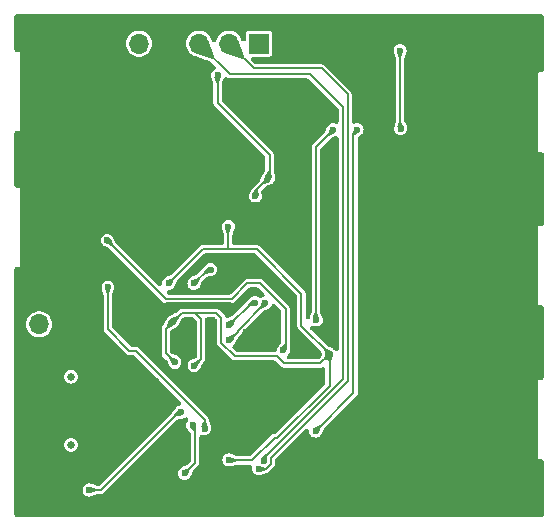
<source format=gbr>
%TF.GenerationSoftware,KiCad,Pcbnew,8.0.6*%
%TF.CreationDate,2024-11-09T22:42:30+08:00*%
%TF.ProjectId,usb_si5351_gpsdo,7573625f-7369-4353-9335-315f67707364,rev?*%
%TF.SameCoordinates,Original*%
%TF.FileFunction,Copper,L2,Bot*%
%TF.FilePolarity,Positive*%
%FSLAX46Y46*%
G04 Gerber Fmt 4.6, Leading zero omitted, Abs format (unit mm)*
G04 Created by KiCad (PCBNEW 8.0.6) date 2024-11-09 22:42:30*
%MOMM*%
%LPD*%
G01*
G04 APERTURE LIST*
%TA.AperFunction,SMDPad,CuDef*%
%ADD10R,4.800000X1.200000*%
%TD*%
%TA.AperFunction,ComponentPad*%
%ADD11C,0.650000*%
%TD*%
%TA.AperFunction,ComponentPad*%
%ADD12O,2.100000X1.000000*%
%TD*%
%TA.AperFunction,ComponentPad*%
%ADD13O,1.800000X1.000000*%
%TD*%
%TA.AperFunction,ComponentPad*%
%ADD14R,1.700000X1.700000*%
%TD*%
%TA.AperFunction,ComponentPad*%
%ADD15O,1.700000X1.700000*%
%TD*%
%TA.AperFunction,ViaPad*%
%ADD16C,0.600000*%
%TD*%
%TA.AperFunction,Conductor*%
%ADD17C,0.200000*%
%TD*%
G04 APERTURE END LIST*
D10*
%TO.P,J8,2,Ext*%
%TO.N,GND*%
X142912500Y-100350000D03*
X142912500Y-95250000D03*
%TD*%
D11*
%TO.P,J5,*%
%TO.N,*%
X144885000Y-110410000D03*
X144885000Y-116190000D03*
D12*
%TO.P,J5,S1,SHIELD*%
%TO.N,GND*%
X145385000Y-108980000D03*
D13*
X141235000Y-108980000D03*
D12*
X145385000Y-117620000D03*
D13*
X141235000Y-117620000D03*
%TD*%
D10*
%TO.P,J2,2,Ext*%
%TO.N,GND*%
X182087500Y-85450000D03*
X182087500Y-90550000D03*
%TD*%
%TO.P,J1,2,Ext*%
%TO.N,GND*%
X142912500Y-88800000D03*
X142912500Y-83700000D03*
%TD*%
D14*
%TO.P,J7,1,Pin_1*%
%TO.N,+3.3V*%
X160800000Y-82200000D03*
D15*
%TO.P,J7,2,Pin_2*%
%TO.N,/SWDIO*%
X158260000Y-82200000D03*
%TO.P,J7,3,Pin_3*%
%TO.N,/SWCLK*%
X155720000Y-82200000D03*
%TO.P,J7,4,Pin_4*%
%TO.N,GND*%
X153180000Y-82200000D03*
%TO.P,J7,5,Pin_5*%
%TO.N,/NRST*%
X150640000Y-82200000D03*
%TD*%
D14*
%TO.P,J6,1,Pin_1*%
%TO.N,GND*%
X142200000Y-103425000D03*
D15*
%TO.P,J6,2,Pin_2*%
%TO.N,+5V*%
X142200000Y-105965000D03*
%TD*%
D10*
%TO.P,J4,2,Ext*%
%TO.N,GND*%
X182087500Y-111350000D03*
X182087500Y-116450000D03*
%TD*%
%TO.P,J3,2,Ext*%
%TO.N,GND*%
X182087500Y-98450000D03*
X182087500Y-103550000D03*
%TD*%
D16*
%TO.N,GND*%
X160200000Y-80200000D03*
X170700000Y-90100000D03*
X146800000Y-104800000D03*
X155700000Y-121800000D03*
X157000000Y-106200000D03*
X169450000Y-96700000D03*
X148800000Y-121800000D03*
X151000000Y-95000000D03*
X176300000Y-80200000D03*
X152500000Y-93500000D03*
X171300000Y-85400000D03*
X164400000Y-94100000D03*
X160900000Y-109985787D03*
X149500000Y-93550000D03*
X175575000Y-95293750D03*
X157364466Y-112107107D03*
X159700000Y-106650000D03*
X157000000Y-92000000D03*
X145300000Y-88800000D03*
X158778679Y-113521321D03*
X183200000Y-80200000D03*
X152500000Y-90550000D03*
X157000000Y-103000000D03*
X151500000Y-84700000D03*
X178900000Y-105656250D03*
X154000000Y-89000000D03*
X157673008Y-118548008D03*
X164450000Y-115750000D03*
X142912500Y-100350000D03*
X163700000Y-107300000D03*
X175500000Y-110268750D03*
X153900000Y-114500000D03*
X175575000Y-91981250D03*
X159485786Y-112814214D03*
X152500000Y-96500000D03*
X166750000Y-100900000D03*
X154000000Y-92000000D03*
X146400000Y-80200000D03*
X168100000Y-84250000D03*
X178775000Y-94862500D03*
X143400000Y-118700000D03*
X160900000Y-114228427D03*
X164900000Y-121800000D03*
X141700000Y-93750000D03*
X158071573Y-111400000D03*
X182087500Y-111350000D03*
X146043750Y-83700000D03*
X166750000Y-91250000D03*
X180900000Y-80200000D03*
X154000000Y-95000000D03*
X169400000Y-80200000D03*
X177500000Y-87100000D03*
X176400000Y-88300000D03*
X177900000Y-115950000D03*
X180600000Y-110400000D03*
X164500000Y-110100000D03*
X178900000Y-104000000D03*
X171700000Y-80200000D03*
X174600000Y-118200000D03*
X168200000Y-119400000D03*
X155500000Y-93500000D03*
X160300000Y-121800000D03*
X149600000Y-84700000D03*
X165200000Y-82800000D03*
X182087500Y-85450000D03*
X169400000Y-113200000D03*
X175575000Y-90325000D03*
X162750000Y-87380000D03*
X157900000Y-80200000D03*
X174000000Y-80200000D03*
X158100000Y-89500000D03*
X142731250Y-83700000D03*
X182087500Y-103550000D03*
X182137500Y-95000000D03*
X145243750Y-90400000D03*
X160192893Y-109278680D03*
X165300000Y-89600000D03*
X162314213Y-111400000D03*
X164750000Y-108000000D03*
X176500000Y-114300000D03*
X151000000Y-92050000D03*
X175500000Y-108612500D03*
X175500000Y-105300000D03*
X178700000Y-121800000D03*
X166600000Y-105700000D03*
X148700000Y-80200000D03*
X178000000Y-103000000D03*
X151000000Y-80200000D03*
X178900000Y-110625000D03*
X181000000Y-121800000D03*
X144387500Y-83700000D03*
X143300000Y-115700000D03*
X149500000Y-111400000D03*
X164600000Y-117400000D03*
X150400000Y-98800000D03*
X164800000Y-80200000D03*
X164450000Y-101950000D03*
X175575000Y-96950000D03*
X151200000Y-107800000D03*
X153400000Y-121800000D03*
X166800000Y-92900000D03*
X160192893Y-112107107D03*
X148400000Y-115100000D03*
X159485786Y-109985787D03*
X161150000Y-106500000D03*
X155300000Y-108000000D03*
X160192893Y-110692893D03*
X144200000Y-121800000D03*
X178900000Y-108968750D03*
X170900000Y-92200000D03*
X153500000Y-107700000D03*
X156350000Y-100350000D03*
X166798008Y-114798008D03*
X158778679Y-112107107D03*
X161450000Y-101850000D03*
X167100000Y-80200000D03*
X178900000Y-91400000D03*
X175400000Y-86400000D03*
X145800000Y-107350000D03*
X151600000Y-117300000D03*
X150100000Y-103400000D03*
X141275000Y-120000000D03*
X159247397Y-100752603D03*
X147800000Y-109300000D03*
X142912500Y-95250000D03*
X167200000Y-121800000D03*
X150800000Y-105050000D03*
X166500000Y-104000000D03*
X178775000Y-96518750D03*
X163700000Y-91400000D03*
X180200000Y-115400000D03*
X160900000Y-112814214D03*
X146900000Y-96700000D03*
X155600000Y-80200000D03*
X171200000Y-114600000D03*
X158000000Y-121800000D03*
X175500000Y-116200000D03*
X158600000Y-87000000D03*
X160192893Y-114935534D03*
X169200000Y-116200000D03*
X155091210Y-85797365D03*
X160192893Y-113521321D03*
X171700000Y-118100000D03*
X170800000Y-109400000D03*
X175500000Y-111925000D03*
X176400000Y-121800000D03*
X146500000Y-121800000D03*
X143300000Y-110600000D03*
X153300000Y-80200000D03*
X158071573Y-112814214D03*
X162314213Y-112814214D03*
X183200000Y-117800000D03*
X158300000Y-104600000D03*
X161607107Y-112107107D03*
X160900000Y-111400000D03*
X141800000Y-80200000D03*
X151100000Y-121800000D03*
X159485786Y-111400000D03*
X183200000Y-119700000D03*
X166800000Y-97800000D03*
X174100000Y-121800000D03*
X147700000Y-83700000D03*
X179000000Y-85450000D03*
X144100000Y-80200000D03*
X178775000Y-98175000D03*
X182087500Y-116450000D03*
X157397397Y-98902603D03*
X141750000Y-90400000D03*
X155500000Y-90500000D03*
X182087500Y-90550000D03*
X147200000Y-101400000D03*
X172400000Y-98900000D03*
X161607107Y-110692893D03*
X178600000Y-80200000D03*
X161607107Y-113521321D03*
X170000000Y-104800000D03*
X158300000Y-102300000D03*
X161600000Y-96100000D03*
X161500000Y-98600000D03*
X175575000Y-93637500D03*
X182000000Y-98500000D03*
X142912500Y-88800000D03*
X182137500Y-107200000D03*
X158778679Y-110692893D03*
X165200000Y-111850000D03*
X169500000Y-121800000D03*
X178775000Y-93206250D03*
X175500000Y-106956250D03*
X151300000Y-120200000D03*
X178900000Y-107312500D03*
X162500000Y-80200000D03*
X159485786Y-114228427D03*
X183200000Y-81900000D03*
X183300000Y-121800000D03*
X162600000Y-121800000D03*
X163021320Y-112107107D03*
X183200000Y-84000000D03*
X152100000Y-110800000D03*
X156150000Y-115750000D03*
X141900000Y-121800000D03*
X159200000Y-96700000D03*
X171800000Y-121800000D03*
%TO.N,+3.3V*%
X161600000Y-93600000D03*
X157300000Y-84900000D03*
X166775000Y-108500000D03*
X153150000Y-102500000D03*
X160500000Y-95100000D03*
X155300000Y-109500000D03*
X158200000Y-97700000D03*
X172800000Y-89400000D03*
X158251992Y-117451992D03*
X153500000Y-105750000D03*
X153700000Y-109200000D03*
X172750000Y-82800000D03*
%TO.N,/5V_ADC*%
X154500000Y-118600000D03*
X155200000Y-114500000D03*
%TO.N,/NRST*%
X167100000Y-89500000D03*
X165650000Y-105600000D03*
%TO.N,/SWCLK*%
X161200955Y-117528773D03*
%TO.N,/SWDIO*%
X160765687Y-118200000D03*
%TO.N,+3.3V_A*%
X156700000Y-101350000D03*
X155300000Y-102500000D03*
%TO.N,/GPS_nRESET*%
X161350000Y-104150000D03*
X158300000Y-107300000D03*
%TO.N,/GPS_ON*%
X160475735Y-104124265D03*
X158300000Y-106000000D03*
%TO.N,/PPS_OUT*%
X147950000Y-98850000D03*
X162861396Y-108161396D03*
%TO.N,/BOOT0*%
X169100000Y-89500000D03*
X165600000Y-115000000D03*
%TO.N,/LED_GREEN*%
X146425000Y-120000000D03*
X154200000Y-113400000D03*
%TO.N,/LED_RED*%
X156200000Y-114800000D03*
X148000000Y-102800000D03*
%TD*%
D17*
%TO.N,GND*%
X147800000Y-109300000D02*
X149300000Y-110800000D01*
X158378680Y-109278680D02*
X157000000Y-107900000D01*
X157000000Y-106200000D02*
X157000000Y-108648529D01*
X141235000Y-108980000D02*
X141235000Y-117620000D01*
X169800000Y-113200000D02*
X171200000Y-114600000D01*
X154700000Y-109748529D02*
X154700000Y-108600000D01*
X171001992Y-114798008D02*
X166798008Y-114798008D01*
X182087500Y-85450000D02*
X182137500Y-85500000D01*
X147751471Y-102200000D02*
X147400000Y-102551471D01*
X157000000Y-108648529D02*
X155548529Y-110100000D01*
X142912500Y-95250000D02*
X142912500Y-88800000D01*
X153948529Y-109800000D02*
X153451471Y-109800000D01*
X161600000Y-96100000D02*
X161000000Y-96700000D01*
X171200000Y-114600000D02*
X171001992Y-114798008D01*
X145385000Y-108980000D02*
X141235000Y-108980000D01*
X182137500Y-116400000D02*
X182087500Y-116450000D01*
X145385000Y-117620000D02*
X141235000Y-117620000D01*
X149300000Y-110800000D02*
X152100000Y-110800000D01*
X171200000Y-114600000D02*
X171400000Y-114400000D01*
X153500000Y-107700000D02*
X154300000Y-108500000D01*
X155051471Y-110100000D02*
X154700000Y-109748529D01*
X161000000Y-96700000D02*
X159200000Y-96700000D01*
X154700000Y-108600000D02*
X155300000Y-108000000D01*
X154300000Y-108500000D02*
X154300000Y-109448529D01*
X153500000Y-107700000D02*
X155000000Y-107700000D01*
X151200000Y-107800000D02*
X151200000Y-107548529D01*
X149000000Y-102951471D02*
X148248529Y-102200000D01*
X147400000Y-108900000D02*
X147800000Y-109300000D01*
X151600000Y-117300000D02*
X151600000Y-119900000D01*
X151600000Y-119900000D02*
X151300000Y-120200000D01*
X147400000Y-102551471D02*
X147400000Y-108900000D01*
X151200000Y-107548529D02*
X149000000Y-105348529D01*
X148248529Y-102200000D02*
X147751471Y-102200000D01*
X154300000Y-109448529D02*
X153948529Y-109800000D01*
X160192893Y-109278680D02*
X158378680Y-109278680D01*
X182137500Y-85500000D02*
X182137500Y-116400000D01*
X169400000Y-113200000D02*
X169800000Y-113200000D01*
X157000000Y-107900000D02*
X157000000Y-106200000D01*
X158465685Y-104200000D02*
X152900000Y-104200000D01*
X149000000Y-105348529D02*
X149000000Y-102951471D01*
X153451471Y-109800000D02*
X151451471Y-107800000D01*
X155548529Y-110100000D02*
X155051471Y-110100000D01*
X155000000Y-107700000D02*
X155300000Y-108000000D01*
X151451471Y-107800000D02*
X151200000Y-107800000D01*
%TO.N,+3.3V*%
X157200000Y-105000000D02*
X155350000Y-105000000D01*
X157600000Y-105400000D02*
X157200000Y-105000000D01*
X162330151Y-108678680D02*
X158750000Y-108678680D01*
X166775000Y-108500000D02*
X164400000Y-106125000D01*
X160500000Y-95100000D02*
X160500000Y-94700000D01*
X157300000Y-87200000D02*
X161700000Y-91600000D01*
X155900000Y-105550000D02*
X155350000Y-105000000D01*
X162131888Y-115568112D02*
X162368112Y-115568112D01*
X153150000Y-102500000D02*
X156050000Y-99600000D01*
X165989340Y-109285660D02*
X162937131Y-109285660D01*
X157600000Y-107528680D02*
X157600000Y-105400000D01*
X162937131Y-109285660D02*
X162330151Y-108678680D01*
X158750000Y-108678680D02*
X157600000Y-107528680D01*
X160200000Y-117500000D02*
X162131888Y-115568112D01*
X158200000Y-97700000D02*
X158200000Y-99600000D01*
X166775000Y-111161224D02*
X166775000Y-108500000D01*
X160600000Y-99600000D02*
X158200000Y-99600000D01*
X172800000Y-89400000D02*
X172800000Y-89300000D01*
X152900000Y-108400000D02*
X152900000Y-106350000D01*
X164400000Y-106125000D02*
X164400000Y-103400000D01*
X172750000Y-89250000D02*
X172750000Y-82800000D01*
X155900000Y-108900000D02*
X155900000Y-105550000D01*
X158300000Y-117500000D02*
X160200000Y-117500000D01*
X158251992Y-117451992D02*
X158300000Y-117500000D01*
X155350000Y-105000000D02*
X154250000Y-105000000D01*
X157300000Y-84900000D02*
X157300000Y-87200000D01*
X172800000Y-89300000D02*
X172750000Y-89250000D01*
X154250000Y-105000000D02*
X153500000Y-105750000D01*
X152900000Y-106350000D02*
X153500000Y-105750000D01*
X161700000Y-93500000D02*
X161600000Y-93600000D01*
X162368112Y-115568112D02*
X166775000Y-111161224D01*
X156050000Y-99600000D02*
X158200000Y-99600000D01*
X161700000Y-91600000D02*
X161700000Y-93500000D01*
X164400000Y-103400000D02*
X160600000Y-99600000D01*
X153700000Y-109200000D02*
X152900000Y-108400000D01*
X160500000Y-94700000D02*
X161600000Y-93600000D01*
X166775000Y-108500000D02*
X165989340Y-109285660D01*
X155300000Y-109500000D02*
X155900000Y-108900000D01*
%TO.N,/5V_ADC*%
X155400000Y-117700000D02*
X154500000Y-118600000D01*
X155400000Y-114700000D02*
X155400000Y-117700000D01*
X155200000Y-114500000D02*
X155400000Y-114700000D01*
%TO.N,/NRST*%
X165600000Y-105550000D02*
X165600000Y-91000000D01*
X165650000Y-105600000D02*
X165600000Y-105550000D01*
X165600000Y-91000000D02*
X167100000Y-89500000D01*
%TO.N,/SWCLK*%
X158320000Y-84800000D02*
X165100000Y-84800000D01*
X167900000Y-87600000D02*
X167900000Y-110601910D01*
X161200955Y-117300955D02*
X161200955Y-117528773D01*
X165100000Y-84800000D02*
X167900000Y-87600000D01*
X155720000Y-82200000D02*
X158320000Y-84800000D01*
X167900000Y-110601910D02*
X161200955Y-117300955D01*
%TO.N,/SWDIO*%
X160360000Y-84300000D02*
X158260000Y-82200000D01*
X161800955Y-117266641D02*
X168300000Y-110767596D01*
X168300000Y-86500000D02*
X166100000Y-84300000D01*
X168300000Y-110767596D02*
X168300000Y-86500000D01*
X161378257Y-118200000D02*
X161800955Y-117777302D01*
X166100000Y-84300000D02*
X160360000Y-84300000D01*
X160765687Y-118200000D02*
X161378257Y-118200000D01*
X161800955Y-117777302D02*
X161800955Y-117266641D01*
%TO.N,+3.3V_A*%
X156450000Y-101350000D02*
X155300000Y-102500000D01*
X156700000Y-101350000D02*
X156450000Y-101350000D01*
%TO.N,/GPS_nRESET*%
X159000000Y-106600000D02*
X158300000Y-107300000D01*
X161350000Y-104150000D02*
X159000000Y-106500000D01*
X159000000Y-106500000D02*
X159000000Y-106600000D01*
%TO.N,/GPS_ON*%
X160475735Y-104124265D02*
X160175735Y-104124265D01*
X160175735Y-104124265D02*
X158300000Y-106000000D01*
%TO.N,/PPS_OUT*%
X158500000Y-103800000D02*
X152900000Y-103800000D01*
X163050000Y-107972792D02*
X163050000Y-104650000D01*
X162861396Y-108161396D02*
X163050000Y-107972792D01*
X159800000Y-102500000D02*
X158500000Y-103800000D01*
X160900000Y-102500000D02*
X159800000Y-102500000D01*
X152900000Y-103800000D02*
X147950000Y-98850000D01*
X163050000Y-104650000D02*
X160900000Y-102500000D01*
%TO.N,/BOOT0*%
X168800000Y-111800000D02*
X165600000Y-115000000D01*
X169100000Y-89500000D02*
X168800000Y-89800000D01*
X168800000Y-89800000D02*
X168800000Y-111800000D01*
%TO.N,/LED_GREEN*%
X154100000Y-113300000D02*
X154200000Y-113400000D01*
X146425000Y-120000000D02*
X147400000Y-120000000D01*
X147400000Y-120000000D02*
X154100000Y-113300000D01*
%TO.N,/LED_RED*%
X150348529Y-108200000D02*
X149800000Y-108200000D01*
X148000000Y-106400000D02*
X148000000Y-102800000D01*
X149800000Y-108200000D02*
X148000000Y-106400000D01*
X156200000Y-114800000D02*
X156200000Y-114051471D01*
X156200000Y-114051471D02*
X150348529Y-108200000D01*
%TD*%
%TA.AperFunction,Conductor*%
%TO.N,GND*%
G36*
X160458733Y-99970207D02*
G01*
X160513104Y-100008786D01*
X163991214Y-103486896D01*
X164038333Y-103561884D01*
X164049500Y-103627610D01*
X164049500Y-106171144D01*
X164065501Y-106230861D01*
X164073017Y-106258909D01*
X164073386Y-106260287D01*
X164073386Y-106260289D01*
X164119529Y-106340211D01*
X166036371Y-108257053D01*
X166076099Y-108313852D01*
X166123642Y-108416083D01*
X166142182Y-108502684D01*
X166123642Y-108583913D01*
X166076099Y-108686145D01*
X166036372Y-108742943D01*
X165902444Y-108876873D01*
X165827456Y-108923992D01*
X165761729Y-108935160D01*
X163343537Y-108935160D01*
X163257194Y-108915453D01*
X163187953Y-108860234D01*
X163149526Y-108780442D01*
X163149526Y-108691878D01*
X163187953Y-108612086D01*
X163222394Y-108578282D01*
X163254017Y-108554017D01*
X163268389Y-108535288D01*
X163342256Y-108439022D01*
X163342255Y-108439022D01*
X163342257Y-108439021D01*
X163397726Y-108305105D01*
X163416646Y-108161396D01*
X163416645Y-108161392D01*
X163416646Y-108161389D01*
X163416646Y-108150713D01*
X163416695Y-108149418D01*
X163416577Y-108143971D01*
X163416578Y-108143968D01*
X163405687Y-107639476D01*
X163404978Y-107636190D01*
X163400500Y-107594212D01*
X163400500Y-104603855D01*
X163376614Y-104514713D01*
X163376612Y-104514709D01*
X163355447Y-104478049D01*
X163342958Y-104456419D01*
X163330470Y-104434788D01*
X161115212Y-102219530D01*
X161115211Y-102219529D01*
X161081431Y-102200026D01*
X161035288Y-102173386D01*
X161029929Y-102171950D01*
X161029928Y-102171949D01*
X160946146Y-102149500D01*
X160946144Y-102149500D01*
X159753856Y-102149500D01*
X159753854Y-102149500D01*
X159670071Y-102171949D01*
X159670071Y-102171950D01*
X159664712Y-102173386D01*
X159584788Y-102219529D01*
X158413104Y-103391214D01*
X158338116Y-103438333D01*
X158272390Y-103449500D01*
X155341527Y-103449500D01*
X155307261Y-103441679D01*
X155258473Y-103449500D01*
X153191527Y-103449500D01*
X153105184Y-103429793D01*
X153035943Y-103374574D01*
X152997516Y-103294782D01*
X152997516Y-103206218D01*
X153035943Y-103126426D01*
X153105184Y-103071207D01*
X153165552Y-103053203D01*
X153293709Y-103036330D01*
X153293711Y-103036329D01*
X153350178Y-103012940D01*
X153427625Y-102980861D01*
X153542621Y-102892621D01*
X153630861Y-102777625D01*
X153641323Y-102752366D01*
X153658936Y-102721037D01*
X153658579Y-102720827D01*
X153663549Y-102712411D01*
X153663550Y-102712410D01*
X153762332Y-102499996D01*
X154744750Y-102499996D01*
X154744750Y-102500003D01*
X154763669Y-102643709D01*
X154763670Y-102643711D01*
X154819137Y-102777622D01*
X154819139Y-102777626D01*
X154907377Y-102892620D01*
X154907379Y-102892622D01*
X155022373Y-102980860D01*
X155022377Y-102980862D01*
X155156288Y-103036329D01*
X155156290Y-103036330D01*
X155284448Y-103053203D01*
X155298308Y-103058345D01*
X155315552Y-103053203D01*
X155443709Y-103036330D01*
X155443711Y-103036329D01*
X155500178Y-103012940D01*
X155577625Y-102980861D01*
X155692621Y-102892621D01*
X155780861Y-102777625D01*
X155791323Y-102752366D01*
X155808936Y-102721037D01*
X155808579Y-102720827D01*
X155813549Y-102712411D01*
X155813550Y-102712410D01*
X155998898Y-102313852D01*
X156038621Y-102257059D01*
X156317463Y-101978217D01*
X156392449Y-101931100D01*
X156446914Y-101920252D01*
X156558821Y-101913910D01*
X156703435Y-101905716D01*
X156703440Y-101905715D01*
X156703444Y-101905715D01*
X156703447Y-101905714D01*
X156706588Y-101905247D01*
X156722297Y-101902313D01*
X156843709Y-101886330D01*
X156977625Y-101830861D01*
X157092621Y-101742621D01*
X157180861Y-101627625D01*
X157236330Y-101493709D01*
X157255250Y-101350003D01*
X157255250Y-101349996D01*
X157236330Y-101206290D01*
X157236329Y-101206288D01*
X157180862Y-101072377D01*
X157180860Y-101072373D01*
X157092622Y-100957379D01*
X157092620Y-100957377D01*
X156977626Y-100869139D01*
X156977622Y-100869137D01*
X156843711Y-100813670D01*
X156843709Y-100813669D01*
X156700003Y-100794750D01*
X156699997Y-100794750D01*
X156556290Y-100813669D01*
X156556288Y-100813670D01*
X156422377Y-100869137D01*
X156307375Y-100957381D01*
X156298157Y-100966600D01*
X156297930Y-100966373D01*
X156297628Y-100966698D01*
X156297922Y-100966968D01*
X155944704Y-101352194D01*
X155944697Y-101352203D01*
X155944565Y-101352417D01*
X155943896Y-101353258D01*
X155939117Y-101359555D01*
X155938980Y-101359451D01*
X155916317Y-101387999D01*
X155542946Y-101761370D01*
X155486147Y-101801098D01*
X155087589Y-101986449D01*
X155087575Y-101986457D01*
X155087153Y-101986759D01*
X155085191Y-101987847D01*
X155079637Y-101991085D01*
X155079567Y-101990966D01*
X155047669Y-102008660D01*
X155022377Y-102019137D01*
X155022374Y-102019138D01*
X154907377Y-102107380D01*
X154819139Y-102222373D01*
X154819137Y-102222377D01*
X154763670Y-102356288D01*
X154763669Y-102356290D01*
X154744750Y-102499996D01*
X153762332Y-102499996D01*
X153848898Y-102313852D01*
X153888621Y-102257059D01*
X156136895Y-100008786D01*
X156211884Y-99961667D01*
X156277609Y-99950500D01*
X158153856Y-99950500D01*
X160372390Y-99950500D01*
X160458733Y-99970207D01*
G37*
%TD.AperFunction*%
%TA.AperFunction,Conductor*%
G36*
X162162659Y-104262317D02*
G01*
X162188218Y-104283900D01*
X162641214Y-104736896D01*
X162688333Y-104811884D01*
X162699500Y-104877610D01*
X162699500Y-107446470D01*
X162679793Y-107532813D01*
X162644592Y-107583723D01*
X162470639Y-107766343D01*
X162380535Y-107883769D01*
X162380533Y-107883773D01*
X162325066Y-108017684D01*
X162325065Y-108017687D01*
X162306967Y-108155155D01*
X162276159Y-108238187D01*
X162212374Y-108299629D01*
X162128249Y-108327311D01*
X162109670Y-108328180D01*
X158977610Y-108328180D01*
X158891267Y-108308473D01*
X158836896Y-108269894D01*
X158608073Y-108041071D01*
X158560954Y-107966083D01*
X158551038Y-107878076D01*
X158580289Y-107794483D01*
X158627641Y-107742481D01*
X158692621Y-107692621D01*
X158780861Y-107577625D01*
X158791323Y-107552366D01*
X158808936Y-107521037D01*
X158808579Y-107520827D01*
X158813549Y-107512411D01*
X158813550Y-107512410D01*
X158998897Y-107113853D01*
X159038620Y-107057060D01*
X159280469Y-106815213D01*
X159326614Y-106735288D01*
X159331993Y-106715212D01*
X159337050Y-106696336D01*
X159378430Y-106618038D01*
X159388543Y-106607138D01*
X161107059Y-104888621D01*
X161163852Y-104848898D01*
X161562410Y-104663550D01*
X161562808Y-104663265D01*
X161564675Y-104662229D01*
X161570372Y-104658909D01*
X161570442Y-104659029D01*
X161602334Y-104641335D01*
X161627625Y-104630861D01*
X161742621Y-104542621D01*
X161830861Y-104427625D01*
X161862807Y-104350500D01*
X161863652Y-104348461D01*
X161914900Y-104276232D01*
X161992413Y-104233392D01*
X162080837Y-104228426D01*
X162162659Y-104262317D01*
G37*
%TD.AperFunction*%
%TA.AperFunction,Conductor*%
G36*
X167439255Y-90037191D02*
G01*
X167507745Y-90093339D01*
X167545091Y-90173643D01*
X167549500Y-90215302D01*
X167549500Y-108018817D01*
X167529793Y-108105160D01*
X167474574Y-108174401D01*
X167394782Y-108212828D01*
X167306218Y-108212828D01*
X167226426Y-108174401D01*
X167192624Y-108139962D01*
X167167620Y-108107377D01*
X167052627Y-108019140D01*
X167052625Y-108019139D01*
X167027362Y-108008674D01*
X166996041Y-107991065D01*
X166995831Y-107991422D01*
X166987414Y-107986451D01*
X166588853Y-107801100D01*
X166532054Y-107761372D01*
X165190676Y-106419994D01*
X165143557Y-106345006D01*
X165133641Y-106256999D01*
X165162892Y-106173406D01*
X165225516Y-106110782D01*
X165309109Y-106081531D01*
X165397116Y-106091447D01*
X165407535Y-106095424D01*
X165506291Y-106136330D01*
X165506290Y-106136330D01*
X165649997Y-106155250D01*
X165650000Y-106155250D01*
X165650003Y-106155250D01*
X165793709Y-106136330D01*
X165793711Y-106136329D01*
X165797429Y-106134789D01*
X165927625Y-106080861D01*
X165997003Y-106027625D01*
X166042620Y-105992622D01*
X166042622Y-105992620D01*
X166130860Y-105877626D01*
X166130859Y-105877626D01*
X166130861Y-105877625D01*
X166186330Y-105743709D01*
X166192719Y-105695182D01*
X166205250Y-105600003D01*
X166205250Y-105599996D01*
X166186331Y-105456297D01*
X166186331Y-105456296D01*
X166186330Y-105456294D01*
X166186330Y-105456291D01*
X166164731Y-105404146D01*
X166155750Y-105377142D01*
X166152378Y-105363910D01*
X166149256Y-105357379D01*
X165969955Y-104982262D01*
X165950500Y-104896443D01*
X165950500Y-91227609D01*
X165970207Y-91141266D01*
X166008786Y-91086895D01*
X166310893Y-90784788D01*
X166857057Y-90238623D01*
X166913849Y-90198900D01*
X167266588Y-90034859D01*
X167353186Y-90016320D01*
X167439255Y-90037191D01*
G37*
%TD.AperFunction*%
%TA.AperFunction,Conductor*%
G36*
X184786843Y-79720207D02*
G01*
X184856084Y-79775426D01*
X184894511Y-79855218D01*
X184899500Y-79899500D01*
X184899500Y-84450500D01*
X184879793Y-84536843D01*
X184824574Y-84606084D01*
X184744782Y-84644511D01*
X184700500Y-84649500D01*
X184480008Y-84649500D01*
X184443071Y-84664799D01*
X184414799Y-84693071D01*
X184399500Y-84730007D01*
X184399500Y-91269992D01*
X184414799Y-91306928D01*
X184414801Y-91306931D01*
X184443069Y-91335199D01*
X184443071Y-91335200D01*
X184480008Y-91350500D01*
X184480009Y-91350500D01*
X184700500Y-91350500D01*
X184786843Y-91370207D01*
X184856084Y-91425426D01*
X184894511Y-91505218D01*
X184899500Y-91549500D01*
X184899500Y-97450500D01*
X184879793Y-97536843D01*
X184824574Y-97606084D01*
X184744782Y-97644511D01*
X184700500Y-97649500D01*
X184480008Y-97649500D01*
X184443071Y-97664799D01*
X184414799Y-97693071D01*
X184399500Y-97730007D01*
X184399500Y-104269992D01*
X184414799Y-104306928D01*
X184414801Y-104306931D01*
X184443069Y-104335199D01*
X184443071Y-104335200D01*
X184480008Y-104350500D01*
X184480009Y-104350500D01*
X184700500Y-104350500D01*
X184786843Y-104370207D01*
X184856084Y-104425426D01*
X184894511Y-104505218D01*
X184899500Y-104549500D01*
X184899500Y-110450500D01*
X184879793Y-110536843D01*
X184824574Y-110606084D01*
X184744782Y-110644511D01*
X184700500Y-110649500D01*
X184480008Y-110649500D01*
X184443071Y-110664799D01*
X184414799Y-110693071D01*
X184399500Y-110730007D01*
X184399500Y-117269992D01*
X184414799Y-117306928D01*
X184414801Y-117306931D01*
X184443069Y-117335199D01*
X184443071Y-117335200D01*
X184480008Y-117350500D01*
X184480009Y-117350500D01*
X184519991Y-117350500D01*
X184700500Y-117350500D01*
X184786843Y-117370207D01*
X184856084Y-117425426D01*
X184894511Y-117505218D01*
X184899500Y-117549500D01*
X184899500Y-122100500D01*
X184879793Y-122186843D01*
X184824574Y-122256084D01*
X184744782Y-122294511D01*
X184700500Y-122299500D01*
X140299500Y-122299500D01*
X140213157Y-122279793D01*
X140143916Y-122224574D01*
X140105489Y-122144782D01*
X140100500Y-122100500D01*
X140100500Y-119999996D01*
X145869750Y-119999996D01*
X145869750Y-120000003D01*
X145888669Y-120143709D01*
X145888670Y-120143711D01*
X145944137Y-120277622D01*
X145944139Y-120277626D01*
X146032377Y-120392620D01*
X146032379Y-120392622D01*
X146147373Y-120480860D01*
X146147377Y-120480862D01*
X146281288Y-120536329D01*
X146281290Y-120536330D01*
X146424997Y-120555250D01*
X146425000Y-120555250D01*
X146425003Y-120555250D01*
X146568702Y-120536331D01*
X146568702Y-120536330D01*
X146568709Y-120536330D01*
X146593973Y-120525865D01*
X146628572Y-120516170D01*
X146628469Y-120515768D01*
X146637932Y-120513332D01*
X146637939Y-120513331D01*
X147050817Y-120362572D01*
X147119072Y-120350500D01*
X147446144Y-120350500D01*
X147535288Y-120326614D01*
X147554529Y-120315505D01*
X147615212Y-120280470D01*
X153842615Y-114053065D01*
X153917601Y-114005948D01*
X153952647Y-113997161D01*
X154229495Y-113953988D01*
X154229498Y-113953986D01*
X154237102Y-113952181D01*
X154237198Y-113952588D01*
X154261131Y-113947201D01*
X154343709Y-113936330D01*
X154477625Y-113880861D01*
X154503029Y-113861367D01*
X154583525Y-113824440D01*
X154672073Y-113826096D01*
X154751133Y-113866007D01*
X154805048Y-113936269D01*
X154823137Y-114022965D01*
X154801819Y-114108924D01*
X154782050Y-114140388D01*
X154719137Y-114222378D01*
X154663670Y-114356288D01*
X154663669Y-114356290D01*
X154644750Y-114499996D01*
X154644750Y-114500003D01*
X154663669Y-114643709D01*
X154663670Y-114643711D01*
X154719137Y-114777622D01*
X154719138Y-114777624D01*
X154719139Y-114777625D01*
X154779502Y-114856291D01*
X154807380Y-114892622D01*
X154809104Y-114894346D01*
X154812195Y-114897734D01*
X154816739Y-114902219D01*
X154990298Y-115073540D01*
X155037902Y-115148220D01*
X155049500Y-115215164D01*
X155049500Y-117472389D01*
X155029793Y-117558732D01*
X154991214Y-117613103D01*
X154858173Y-117746144D01*
X154742946Y-117861371D01*
X154686147Y-117901098D01*
X154287589Y-118086449D01*
X154287575Y-118086457D01*
X154287153Y-118086759D01*
X154285191Y-118087847D01*
X154279637Y-118091085D01*
X154279567Y-118090966D01*
X154247669Y-118108660D01*
X154222377Y-118119137D01*
X154222374Y-118119138D01*
X154107377Y-118207380D01*
X154019139Y-118322373D01*
X154019137Y-118322377D01*
X153963670Y-118456288D01*
X153963669Y-118456290D01*
X153944750Y-118599996D01*
X153944750Y-118600003D01*
X153963669Y-118743709D01*
X153963670Y-118743711D01*
X154019137Y-118877622D01*
X154019139Y-118877626D01*
X154107377Y-118992620D01*
X154107379Y-118992622D01*
X154222373Y-119080860D01*
X154222377Y-119080862D01*
X154356288Y-119136329D01*
X154356290Y-119136330D01*
X154499997Y-119155250D01*
X154500000Y-119155250D01*
X154500003Y-119155250D01*
X154643709Y-119136330D01*
X154643711Y-119136329D01*
X154777625Y-119080861D01*
X154892621Y-118992621D01*
X154980861Y-118877625D01*
X154991323Y-118852366D01*
X155008936Y-118821037D01*
X155008579Y-118820827D01*
X155013549Y-118812411D01*
X155013550Y-118812410D01*
X155198898Y-118413852D01*
X155238619Y-118357061D01*
X155680470Y-117915212D01*
X155726614Y-117835288D01*
X155734355Y-117806398D01*
X155750500Y-117746144D01*
X155750500Y-115507492D01*
X155770207Y-115421149D01*
X155825426Y-115351908D01*
X155905218Y-115313481D01*
X155993782Y-115313481D01*
X156025654Y-115323640D01*
X156056291Y-115336330D01*
X156056290Y-115336330D01*
X156199997Y-115355250D01*
X156200000Y-115355250D01*
X156200003Y-115355250D01*
X156343709Y-115336330D01*
X156343711Y-115336329D01*
X156477625Y-115280861D01*
X156535123Y-115236741D01*
X156592620Y-115192622D01*
X156592622Y-115192620D01*
X156680860Y-115077626D01*
X156680859Y-115077626D01*
X156680861Y-115077625D01*
X156736330Y-114943709D01*
X156755250Y-114800000D01*
X156755250Y-114799996D01*
X156736331Y-114656297D01*
X156736330Y-114656295D01*
X156736330Y-114656291D01*
X156725865Y-114631026D01*
X156716166Y-114596415D01*
X156715765Y-114596519D01*
X156713328Y-114587049D01*
X156562572Y-114174179D01*
X156550500Y-114105924D01*
X156550500Y-114005326D01*
X156536744Y-113953988D01*
X156526614Y-113916183D01*
X156506221Y-113880862D01*
X156480470Y-113836259D01*
X150563740Y-107919529D01*
X150483818Y-107873386D01*
X150483815Y-107873385D01*
X150394673Y-107849500D01*
X150027609Y-107849500D01*
X149941266Y-107829793D01*
X149886895Y-107791214D01*
X148408786Y-106313104D01*
X148361667Y-106238115D01*
X148350500Y-106172390D01*
X148350500Y-103494074D01*
X148362572Y-103425819D01*
X148381284Y-103374574D01*
X148513331Y-103012939D01*
X148513414Y-103012440D01*
X148514020Y-103010322D01*
X148515678Y-103004033D01*
X148515811Y-103004068D01*
X148525854Y-102968998D01*
X148536330Y-102943709D01*
X148547131Y-102861667D01*
X148555250Y-102800003D01*
X148555250Y-102799996D01*
X148536330Y-102656290D01*
X148536329Y-102656288D01*
X148480862Y-102522377D01*
X148480860Y-102522373D01*
X148392622Y-102407379D01*
X148392620Y-102407377D01*
X148277626Y-102319139D01*
X148277622Y-102319137D01*
X148143711Y-102263670D01*
X148143709Y-102263669D01*
X148000003Y-102244750D01*
X147999997Y-102244750D01*
X147856290Y-102263669D01*
X147856288Y-102263670D01*
X147722377Y-102319137D01*
X147722373Y-102319139D01*
X147607379Y-102407377D01*
X147607377Y-102407379D01*
X147519139Y-102522373D01*
X147519137Y-102522377D01*
X147463670Y-102656288D01*
X147463669Y-102656290D01*
X147444750Y-102799996D01*
X147444750Y-102800003D01*
X147463669Y-102943708D01*
X147474132Y-102968967D01*
X147483829Y-103003569D01*
X147484230Y-103003466D01*
X147486665Y-103012927D01*
X147486667Y-103012934D01*
X147486668Y-103012936D01*
X147495210Y-103036329D01*
X147637429Y-103425822D01*
X147649500Y-103494077D01*
X147649500Y-106446144D01*
X147673385Y-106535286D01*
X147673386Y-106535289D01*
X147719529Y-106615211D01*
X149519531Y-108415212D01*
X149519532Y-108415213D01*
X149584785Y-108480467D01*
X149584787Y-108480469D01*
X149618614Y-108499999D01*
X149664712Y-108526614D01*
X149753856Y-108550500D01*
X150120919Y-108550500D01*
X150207262Y-108570207D01*
X150261633Y-108608786D01*
X154177635Y-112524788D01*
X154224754Y-112599776D01*
X154234670Y-112687783D01*
X154205419Y-112771376D01*
X154142795Y-112834000D01*
X154062906Y-112862798D01*
X154056293Y-112863668D01*
X154056288Y-112863670D01*
X153922378Y-112919137D01*
X153807376Y-113007380D01*
X153803958Y-113011835D01*
X153787677Y-113030516D01*
X153781222Y-113037051D01*
X153441877Y-113455784D01*
X153438459Y-113460824D01*
X153414481Y-113489835D01*
X147313104Y-119591214D01*
X147238116Y-119638333D01*
X147172390Y-119649500D01*
X147119077Y-119649500D01*
X147050822Y-119637429D01*
X146968519Y-119607377D01*
X146637936Y-119486668D01*
X146637935Y-119486667D01*
X146637933Y-119486667D01*
X146637923Y-119486665D01*
X146637419Y-119486581D01*
X146635288Y-119485970D01*
X146629028Y-119484321D01*
X146629063Y-119484187D01*
X146593994Y-119474143D01*
X146568708Y-119463669D01*
X146568709Y-119463669D01*
X146425003Y-119444750D01*
X146424997Y-119444750D01*
X146281290Y-119463669D01*
X146281288Y-119463670D01*
X146147377Y-119519137D01*
X146147373Y-119519139D01*
X146032379Y-119607377D01*
X146032377Y-119607379D01*
X145944139Y-119722373D01*
X145944137Y-119722377D01*
X145888670Y-119856288D01*
X145888669Y-119856290D01*
X145869750Y-119999996D01*
X140100500Y-119999996D01*
X140100500Y-116189999D01*
X144304534Y-116189999D01*
X144304534Y-116190000D01*
X144307797Y-116214783D01*
X144309500Y-116240760D01*
X144309500Y-116265766D01*
X144309500Y-116265767D01*
X144315971Y-116289915D01*
X144321048Y-116315438D01*
X144324313Y-116340236D01*
X144333881Y-116363335D01*
X144342247Y-116387980D01*
X144348719Y-116412136D01*
X144361224Y-116433795D01*
X144372735Y-116457138D01*
X144382300Y-116480232D01*
X144397519Y-116500065D01*
X144411978Y-116521703D01*
X144424484Y-116543364D01*
X144442162Y-116561042D01*
X144459324Y-116580610D01*
X144474546Y-116600448D01*
X144474547Y-116600449D01*
X144474549Y-116600451D01*
X144494392Y-116615677D01*
X144513953Y-116632833D01*
X144531635Y-116650515D01*
X144541768Y-116656365D01*
X144553290Y-116663018D01*
X144574927Y-116677476D01*
X144594760Y-116692693D01*
X144594767Y-116692698D01*
X144617861Y-116702263D01*
X144641202Y-116713773D01*
X144662865Y-116726281D01*
X144686910Y-116732723D01*
X144687013Y-116732751D01*
X144711664Y-116741118D01*
X144734764Y-116750687D01*
X144759556Y-116753950D01*
X144785077Y-116759026D01*
X144809234Y-116765500D01*
X144834240Y-116765500D01*
X144860213Y-116767202D01*
X144885000Y-116770466D01*
X144909786Y-116767202D01*
X144935760Y-116765500D01*
X144960763Y-116765500D01*
X144960766Y-116765500D01*
X144984916Y-116759028D01*
X145010442Y-116753950D01*
X145035236Y-116750687D01*
X145058331Y-116741119D01*
X145082985Y-116732751D01*
X145107135Y-116726281D01*
X145128785Y-116713780D01*
X145152135Y-116702264D01*
X145175233Y-116692698D01*
X145195070Y-116677476D01*
X145216710Y-116663016D01*
X145238365Y-116650515D01*
X145256047Y-116632831D01*
X145275618Y-116615668D01*
X145295451Y-116600451D01*
X145310668Y-116580618D01*
X145327834Y-116561045D01*
X145327837Y-116561042D01*
X145345515Y-116543365D01*
X145358016Y-116521710D01*
X145372479Y-116500065D01*
X145387698Y-116480233D01*
X145397264Y-116457135D01*
X145408783Y-116433780D01*
X145421279Y-116412138D01*
X145421281Y-116412134D01*
X145427749Y-116387992D01*
X145436121Y-116363328D01*
X145445687Y-116340236D01*
X145448950Y-116315442D01*
X145454029Y-116289915D01*
X145460500Y-116265766D01*
X145460500Y-116240760D01*
X145462203Y-116214782D01*
X145465466Y-116190000D01*
X145465466Y-116189999D01*
X145462202Y-116165205D01*
X145460500Y-116139233D01*
X145460500Y-116114234D01*
X145460500Y-116114233D01*
X145454026Y-116090077D01*
X145448950Y-116064556D01*
X145445687Y-116039764D01*
X145436118Y-116016664D01*
X145427751Y-115992013D01*
X145427723Y-115991910D01*
X145421281Y-115967865D01*
X145408773Y-115946201D01*
X145397262Y-115922858D01*
X145387698Y-115899767D01*
X145387693Y-115899760D01*
X145372476Y-115879927D01*
X145358018Y-115858290D01*
X145345516Y-115836637D01*
X145345515Y-115836635D01*
X145327833Y-115818953D01*
X145310674Y-115799388D01*
X145295451Y-115779549D01*
X145295449Y-115779547D01*
X145295448Y-115779546D01*
X145275610Y-115764324D01*
X145256042Y-115747162D01*
X145238364Y-115729484D01*
X145216703Y-115716978D01*
X145195065Y-115702519D01*
X145175232Y-115687300D01*
X145152138Y-115677735D01*
X145128795Y-115666224D01*
X145107135Y-115653719D01*
X145107136Y-115653719D01*
X145096735Y-115650932D01*
X145082975Y-115647245D01*
X145058335Y-115638881D01*
X145035236Y-115629313D01*
X145035228Y-115629312D01*
X145010438Y-115626048D01*
X144984920Y-115620972D01*
X144960766Y-115614500D01*
X144960765Y-115614500D01*
X144935760Y-115614500D01*
X144909786Y-115612797D01*
X144885000Y-115609534D01*
X144860213Y-115612797D01*
X144834240Y-115614500D01*
X144809233Y-115614500D01*
X144785072Y-115620973D01*
X144759551Y-115626049D01*
X144734766Y-115629312D01*
X144734758Y-115629314D01*
X144711664Y-115638880D01*
X144687024Y-115647244D01*
X144662868Y-115653717D01*
X144641201Y-115666226D01*
X144617868Y-115677732D01*
X144594769Y-115687300D01*
X144574930Y-115702523D01*
X144553293Y-115716980D01*
X144531637Y-115729482D01*
X144531629Y-115729489D01*
X144513943Y-115747174D01*
X144494388Y-115764323D01*
X144474551Y-115779545D01*
X144474545Y-115779551D01*
X144459323Y-115799388D01*
X144442174Y-115818943D01*
X144424489Y-115836629D01*
X144424482Y-115836637D01*
X144411980Y-115858293D01*
X144397523Y-115879930D01*
X144382300Y-115899769D01*
X144372732Y-115922868D01*
X144361226Y-115946201D01*
X144348717Y-115967868D01*
X144342244Y-115992024D01*
X144333880Y-116016664D01*
X144324314Y-116039758D01*
X144324312Y-116039766D01*
X144321049Y-116064551D01*
X144315973Y-116090072D01*
X144309500Y-116114233D01*
X144309500Y-116139233D01*
X144307798Y-116165205D01*
X144304534Y-116189999D01*
X140100500Y-116189999D01*
X140100500Y-110409999D01*
X144304534Y-110409999D01*
X144304534Y-110410000D01*
X144307797Y-110434783D01*
X144309500Y-110460760D01*
X144309500Y-110485766D01*
X144314968Y-110506174D01*
X144315971Y-110509915D01*
X144321048Y-110535438D01*
X144324313Y-110560236D01*
X144333881Y-110583335D01*
X144342247Y-110607980D01*
X144348719Y-110632136D01*
X144361224Y-110653795D01*
X144372735Y-110677138D01*
X144382300Y-110700232D01*
X144397519Y-110720065D01*
X144411978Y-110741703D01*
X144424484Y-110763364D01*
X144442162Y-110781042D01*
X144459324Y-110800610D01*
X144474546Y-110820448D01*
X144474547Y-110820449D01*
X144474549Y-110820451D01*
X144494392Y-110835677D01*
X144513953Y-110852833D01*
X144531635Y-110870515D01*
X144541768Y-110876365D01*
X144553290Y-110883018D01*
X144574927Y-110897476D01*
X144594760Y-110912693D01*
X144594767Y-110912698D01*
X144617861Y-110922263D01*
X144641202Y-110933773D01*
X144662865Y-110946281D01*
X144686910Y-110952723D01*
X144687013Y-110952751D01*
X144711664Y-110961118D01*
X144734764Y-110970687D01*
X144759556Y-110973950D01*
X144785077Y-110979026D01*
X144809234Y-110985500D01*
X144834240Y-110985500D01*
X144860213Y-110987202D01*
X144885000Y-110990466D01*
X144909786Y-110987202D01*
X144935760Y-110985500D01*
X144960763Y-110985500D01*
X144960766Y-110985500D01*
X144984916Y-110979028D01*
X145010442Y-110973950D01*
X145035236Y-110970687D01*
X145058331Y-110961119D01*
X145082985Y-110952751D01*
X145107135Y-110946281D01*
X145128785Y-110933780D01*
X145152135Y-110922264D01*
X145175233Y-110912698D01*
X145195070Y-110897476D01*
X145216710Y-110883016D01*
X145238365Y-110870515D01*
X145256047Y-110852831D01*
X145275618Y-110835668D01*
X145295451Y-110820451D01*
X145310668Y-110800618D01*
X145327834Y-110781045D01*
X145327837Y-110781042D01*
X145345515Y-110763365D01*
X145358016Y-110741710D01*
X145372479Y-110720065D01*
X145387698Y-110700233D01*
X145397264Y-110677135D01*
X145408783Y-110653780D01*
X145411255Y-110649500D01*
X145421281Y-110632135D01*
X145427753Y-110607980D01*
X145436121Y-110583328D01*
X145442140Y-110568798D01*
X145445687Y-110560236D01*
X145448950Y-110535442D01*
X145454029Y-110509915D01*
X145460500Y-110485766D01*
X145460500Y-110460760D01*
X145462203Y-110434782D01*
X145463810Y-110422581D01*
X145465466Y-110410000D01*
X145462202Y-110385205D01*
X145460500Y-110359233D01*
X145460500Y-110334234D01*
X145460500Y-110334233D01*
X145454026Y-110310077D01*
X145448950Y-110284556D01*
X145445687Y-110259764D01*
X145436118Y-110236664D01*
X145427751Y-110212013D01*
X145427723Y-110211910D01*
X145421281Y-110187865D01*
X145408773Y-110166201D01*
X145397262Y-110142858D01*
X145387698Y-110119767D01*
X145387693Y-110119760D01*
X145372476Y-110099927D01*
X145358018Y-110078290D01*
X145345516Y-110056637D01*
X145345515Y-110056635D01*
X145327833Y-110038953D01*
X145310674Y-110019388D01*
X145295451Y-109999549D01*
X145295449Y-109999547D01*
X145295448Y-109999546D01*
X145275610Y-109984324D01*
X145256042Y-109967162D01*
X145238364Y-109949484D01*
X145216703Y-109936978D01*
X145195065Y-109922519D01*
X145175232Y-109907300D01*
X145152138Y-109897735D01*
X145128795Y-109886224D01*
X145107135Y-109873719D01*
X145107136Y-109873719D01*
X145096735Y-109870932D01*
X145082975Y-109867245D01*
X145058335Y-109858881D01*
X145035236Y-109849313D01*
X145035228Y-109849312D01*
X145010438Y-109846048D01*
X144984920Y-109840972D01*
X144960766Y-109834500D01*
X144960765Y-109834500D01*
X144935760Y-109834500D01*
X144909786Y-109832797D01*
X144885000Y-109829534D01*
X144860213Y-109832797D01*
X144834240Y-109834500D01*
X144809233Y-109834500D01*
X144785072Y-109840973D01*
X144759551Y-109846049D01*
X144734766Y-109849312D01*
X144734758Y-109849314D01*
X144711664Y-109858880D01*
X144687024Y-109867244D01*
X144662868Y-109873717D01*
X144641201Y-109886226D01*
X144617868Y-109897732D01*
X144594769Y-109907300D01*
X144574930Y-109922523D01*
X144553293Y-109936980D01*
X144531637Y-109949482D01*
X144531629Y-109949489D01*
X144513943Y-109967174D01*
X144494388Y-109984323D01*
X144474551Y-109999545D01*
X144474545Y-109999551D01*
X144459323Y-110019388D01*
X144442174Y-110038943D01*
X144424489Y-110056629D01*
X144424482Y-110056637D01*
X144411980Y-110078293D01*
X144397523Y-110099930D01*
X144382300Y-110119769D01*
X144372732Y-110142868D01*
X144361226Y-110166201D01*
X144348717Y-110187868D01*
X144342244Y-110212024D01*
X144333880Y-110236664D01*
X144324314Y-110259758D01*
X144324312Y-110259766D01*
X144321049Y-110284551D01*
X144315973Y-110310072D01*
X144309500Y-110334233D01*
X144309500Y-110359233D01*
X144307798Y-110385205D01*
X144304534Y-110409999D01*
X140100500Y-110409999D01*
X140100500Y-105965000D01*
X141094785Y-105965000D01*
X141113603Y-106168083D01*
X141162578Y-106340211D01*
X141169419Y-106364252D01*
X141260329Y-106546825D01*
X141383233Y-106709575D01*
X141383241Y-106709585D01*
X141499111Y-106815213D01*
X141533959Y-106846981D01*
X141533961Y-106846982D01*
X141533962Y-106846983D01*
X141707360Y-106954347D01*
X141707363Y-106954348D01*
X141897544Y-107028024D01*
X142098024Y-107065500D01*
X142098027Y-107065500D01*
X142301972Y-107065500D01*
X142301976Y-107065500D01*
X142502456Y-107028024D01*
X142692637Y-106954348D01*
X142866041Y-106846981D01*
X142988558Y-106735292D01*
X143016758Y-106709585D01*
X143016759Y-106709583D01*
X143016764Y-106709579D01*
X143139673Y-106546821D01*
X143230582Y-106364250D01*
X143286397Y-106168083D01*
X143305215Y-105965000D01*
X143286397Y-105761917D01*
X143230582Y-105565750D01*
X143139673Y-105383179D01*
X143139671Y-105383177D01*
X143139670Y-105383174D01*
X143016766Y-105220424D01*
X143016758Y-105220414D01*
X142866042Y-105083020D01*
X142866037Y-105083016D01*
X142692639Y-104975652D01*
X142692636Y-104975651D01*
X142502460Y-104901977D01*
X142502457Y-104901976D01*
X142502456Y-104901976D01*
X142301976Y-104864500D01*
X142098024Y-104864500D01*
X141897544Y-104901976D01*
X141897542Y-104901976D01*
X141897540Y-104901977D01*
X141897538Y-104901977D01*
X141707363Y-104975651D01*
X141707360Y-104975652D01*
X141533962Y-105083016D01*
X141533957Y-105083020D01*
X141383241Y-105220414D01*
X141383233Y-105220424D01*
X141260329Y-105383174D01*
X141169419Y-105565747D01*
X141113603Y-105761916D01*
X141113603Y-105761917D01*
X141097459Y-105936146D01*
X141094785Y-105965000D01*
X140100500Y-105965000D01*
X140100500Y-101299500D01*
X140120207Y-101213157D01*
X140175426Y-101143916D01*
X140255218Y-101105489D01*
X140299500Y-101100500D01*
X140519992Y-101100500D01*
X140538460Y-101092850D01*
X140556929Y-101085200D01*
X140556929Y-101085199D01*
X140556931Y-101085199D01*
X140585199Y-101056931D01*
X140585200Y-101056928D01*
X140600500Y-101019992D01*
X140600500Y-98849996D01*
X147394750Y-98849996D01*
X147394750Y-98850003D01*
X147413669Y-98993709D01*
X147413670Y-98993711D01*
X147469137Y-99127622D01*
X147469139Y-99127626D01*
X147557377Y-99242620D01*
X147557379Y-99242622D01*
X147672373Y-99330860D01*
X147672375Y-99330861D01*
X147697633Y-99341323D01*
X147728963Y-99358936D01*
X147729174Y-99358580D01*
X147737586Y-99363548D01*
X147894996Y-99436752D01*
X147894995Y-99436752D01*
X148136144Y-99548898D01*
X148192944Y-99588626D01*
X152684788Y-104080470D01*
X152760643Y-104124265D01*
X152764712Y-104126614D01*
X152853856Y-104150500D01*
X158546144Y-104150500D01*
X158635288Y-104126614D01*
X158639357Y-104124265D01*
X158715212Y-104080470D01*
X159886896Y-102908786D01*
X159961884Y-102861667D01*
X160027610Y-102850500D01*
X160672390Y-102850500D01*
X160758733Y-102870207D01*
X160813104Y-102908786D01*
X161216099Y-103311781D01*
X161263218Y-103386769D01*
X161273134Y-103474776D01*
X161243883Y-103558369D01*
X161181259Y-103620993D01*
X161151541Y-103636346D01*
X161072376Y-103669137D01*
X161072375Y-103669138D01*
X161050777Y-103685711D01*
X160970279Y-103722637D01*
X160881732Y-103720980D01*
X160808493Y-103685709D01*
X160753360Y-103643404D01*
X160753359Y-103643403D01*
X160753357Y-103643402D01*
X160619446Y-103587935D01*
X160619444Y-103587934D01*
X160475738Y-103569015D01*
X160475732Y-103569015D01*
X160332025Y-103587934D01*
X160332023Y-103587935D01*
X160198112Y-103643402D01*
X160080716Y-103733483D01*
X159989220Y-103820745D01*
X159970198Y-103834986D01*
X159970867Y-103835858D01*
X159960525Y-103843793D01*
X159868867Y-103935450D01*
X159865498Y-103938740D01*
X159742955Y-104055613D01*
X159725178Y-104072568D01*
X159722345Y-104075316D01*
X159721960Y-104075691D01*
X159721931Y-104075720D01*
X159720701Y-104076941D01*
X159718139Y-104080775D01*
X159693401Y-104110915D01*
X158542946Y-105261370D01*
X158486147Y-105301098D01*
X158212098Y-105428545D01*
X158125497Y-105447085D01*
X158039428Y-105426214D01*
X157970938Y-105370066D01*
X157935964Y-105299607D01*
X157927800Y-105269139D01*
X157926614Y-105264712D01*
X157901038Y-105220414D01*
X157880469Y-105184787D01*
X157880467Y-105184785D01*
X157815213Y-105119532D01*
X157815212Y-105119531D01*
X157415211Y-104719529D01*
X157335289Y-104673386D01*
X157335286Y-104673385D01*
X157246144Y-104649500D01*
X155396144Y-104649500D01*
X154203856Y-104649500D01*
X154114713Y-104673385D01*
X154114708Y-104673387D01*
X154034790Y-104719528D01*
X153742946Y-105011371D01*
X153686147Y-105051098D01*
X153287589Y-105236449D01*
X153287575Y-105236457D01*
X153287153Y-105236759D01*
X153285191Y-105237847D01*
X153279637Y-105241085D01*
X153279567Y-105240966D01*
X153247669Y-105258660D01*
X153222377Y-105269137D01*
X153222374Y-105269138D01*
X153107378Y-105357378D01*
X153019138Y-105472374D01*
X153019137Y-105472377D01*
X153008672Y-105497641D01*
X152991063Y-105528965D01*
X152991419Y-105529175D01*
X152986454Y-105537580D01*
X152801099Y-105936146D01*
X152761373Y-105992943D01*
X152619529Y-106134789D01*
X152577768Y-106207122D01*
X152573385Y-106214712D01*
X152560299Y-106263552D01*
X152549500Y-106303856D01*
X152549500Y-108446144D01*
X152560718Y-108488010D01*
X152564650Y-108502684D01*
X152573385Y-108535287D01*
X152619529Y-108615211D01*
X152961371Y-108957053D01*
X153001099Y-109013852D01*
X153186450Y-109412411D01*
X153186750Y-109412831D01*
X153187845Y-109414805D01*
X153191087Y-109420367D01*
X153190968Y-109420436D01*
X153208666Y-109452340D01*
X153219139Y-109477626D01*
X153307377Y-109592620D01*
X153307379Y-109592622D01*
X153422373Y-109680860D01*
X153422377Y-109680862D01*
X153556288Y-109736329D01*
X153556290Y-109736330D01*
X153699997Y-109755250D01*
X153700000Y-109755250D01*
X153700003Y-109755250D01*
X153843709Y-109736330D01*
X153843711Y-109736329D01*
X153858286Y-109730292D01*
X153977625Y-109680861D01*
X154073515Y-109607282D01*
X154092620Y-109592622D01*
X154092622Y-109592620D01*
X154180860Y-109477626D01*
X154180859Y-109477626D01*
X154180861Y-109477625D01*
X154236330Y-109343709D01*
X154252304Y-109222377D01*
X154255250Y-109200003D01*
X154255250Y-109199996D01*
X154236330Y-109056290D01*
X154236329Y-109056288D01*
X154180862Y-108922377D01*
X154180860Y-108922373D01*
X154092622Y-108807379D01*
X154092620Y-108807377D01*
X153977627Y-108719140D01*
X153977625Y-108719139D01*
X153952362Y-108708674D01*
X153921041Y-108691065D01*
X153920831Y-108691422D01*
X153912414Y-108686451D01*
X153513853Y-108501100D01*
X153457054Y-108461372D01*
X153308786Y-108313104D01*
X153261667Y-108238116D01*
X153250500Y-108172390D01*
X153250500Y-106605281D01*
X153270207Y-106518938D01*
X153325426Y-106449697D01*
X153365579Y-106424842D01*
X153712410Y-106263550D01*
X153712808Y-106263265D01*
X153714675Y-106262229D01*
X153720372Y-106258909D01*
X153720442Y-106259029D01*
X153752334Y-106241335D01*
X153777625Y-106230861D01*
X153892621Y-106142621D01*
X153980861Y-106027625D01*
X153991323Y-106002366D01*
X154008936Y-105971037D01*
X154008579Y-105970827D01*
X154013549Y-105962411D01*
X154013550Y-105962410D01*
X154198897Y-105563853D01*
X154238621Y-105507059D01*
X154336898Y-105408784D01*
X154411887Y-105361667D01*
X154477611Y-105350500D01*
X155122390Y-105350500D01*
X155208733Y-105370207D01*
X155263104Y-105408786D01*
X155491214Y-105636896D01*
X155538333Y-105711884D01*
X155549500Y-105777610D01*
X155549500Y-108644714D01*
X155529793Y-108731057D01*
X155474574Y-108800298D01*
X155434415Y-108825156D01*
X155087589Y-108986449D01*
X155087575Y-108986457D01*
X155087153Y-108986759D01*
X155085191Y-108987847D01*
X155079637Y-108991085D01*
X155079567Y-108990966D01*
X155047669Y-109008660D01*
X155022380Y-109019136D01*
X155022374Y-109019138D01*
X154907377Y-109107380D01*
X154819139Y-109222373D01*
X154819137Y-109222377D01*
X154763670Y-109356288D01*
X154763669Y-109356290D01*
X154744750Y-109499996D01*
X154744750Y-109500003D01*
X154763669Y-109643709D01*
X154763670Y-109643711D01*
X154819137Y-109777622D01*
X154819139Y-109777626D01*
X154907377Y-109892620D01*
X154907379Y-109892622D01*
X155022373Y-109980860D01*
X155022377Y-109980862D01*
X155156288Y-110036329D01*
X155156290Y-110036330D01*
X155299997Y-110055250D01*
X155300000Y-110055250D01*
X155300003Y-110055250D01*
X155443709Y-110036330D01*
X155443711Y-110036329D01*
X155484611Y-110019388D01*
X155577625Y-109980861D01*
X155692621Y-109892621D01*
X155780861Y-109777625D01*
X155791323Y-109752366D01*
X155808936Y-109721037D01*
X155808579Y-109720827D01*
X155813549Y-109712411D01*
X155813550Y-109712410D01*
X155998897Y-109313853D01*
X156038624Y-109257057D01*
X156101608Y-109194074D01*
X156180470Y-109115212D01*
X156226614Y-109035288D01*
X156228251Y-109029180D01*
X156230937Y-109019155D01*
X156230938Y-109019150D01*
X156230941Y-109019139D01*
X156250500Y-108946144D01*
X156250500Y-105549500D01*
X156270207Y-105463157D01*
X156325426Y-105393916D01*
X156405218Y-105355489D01*
X156449500Y-105350500D01*
X156972389Y-105350500D01*
X157058732Y-105370207D01*
X157113102Y-105408785D01*
X157191213Y-105486895D01*
X157238332Y-105561883D01*
X157249500Y-105627610D01*
X157249500Y-107574824D01*
X157273385Y-107663966D01*
X157273386Y-107663969D01*
X157318714Y-107742479D01*
X157319530Y-107743892D01*
X158534788Y-108959150D01*
X158614366Y-109005094D01*
X158614476Y-109005196D01*
X158614523Y-109005215D01*
X158614537Y-109005193D01*
X158614575Y-109005215D01*
X158614712Y-109005294D01*
X158614716Y-109005295D01*
X158703854Y-109029180D01*
X158703856Y-109029180D01*
X158703857Y-109029180D01*
X158796144Y-109029180D01*
X162102541Y-109029180D01*
X162188884Y-109048887D01*
X162243255Y-109087466D01*
X162656662Y-109500872D01*
X162656663Y-109500873D01*
X162721916Y-109566127D01*
X162721918Y-109566129D01*
X162755257Y-109585377D01*
X162801843Y-109612274D01*
X162890987Y-109636160D01*
X166035484Y-109636160D01*
X166124628Y-109612274D01*
X166125996Y-109611483D01*
X166128105Y-109610833D01*
X166136679Y-109607282D01*
X166137011Y-109608085D01*
X166210620Y-109585377D01*
X166298195Y-109598573D01*
X166371372Y-109648460D01*
X166415657Y-109725156D01*
X166424500Y-109783820D01*
X166424500Y-110933614D01*
X166404793Y-111019957D01*
X166366214Y-111074328D01*
X162281216Y-115159326D01*
X162206228Y-115206445D01*
X162140502Y-115217612D01*
X162085742Y-115217612D01*
X162006245Y-115238912D01*
X162006246Y-115238913D01*
X161996603Y-115241496D01*
X161996600Y-115241498D01*
X161916676Y-115287641D01*
X160113104Y-117091214D01*
X160038116Y-117138333D01*
X159972390Y-117149500D01*
X158955151Y-117149500D01*
X158870006Y-117130364D01*
X158487197Y-116949142D01*
X158487106Y-116949100D01*
X158482053Y-116946775D01*
X158481573Y-116946561D01*
X158475864Y-116944095D01*
X158472980Y-116943512D01*
X158472290Y-116943373D01*
X158435556Y-116932170D01*
X158395701Y-116915662D01*
X158395699Y-116915661D01*
X158395695Y-116915660D01*
X158251995Y-116896742D01*
X158251989Y-116896742D01*
X158108282Y-116915661D01*
X158108280Y-116915662D01*
X157974369Y-116971129D01*
X157974365Y-116971131D01*
X157859371Y-117059369D01*
X157859369Y-117059371D01*
X157771131Y-117174365D01*
X157771129Y-117174369D01*
X157715662Y-117308280D01*
X157715661Y-117308282D01*
X157696742Y-117451988D01*
X157696742Y-117451995D01*
X157715661Y-117595701D01*
X157715662Y-117595703D01*
X157771129Y-117729614D01*
X157771131Y-117729618D01*
X157859369Y-117844612D01*
X157859371Y-117844614D01*
X157974365Y-117932852D01*
X157974369Y-117932854D01*
X158108280Y-117988321D01*
X158108282Y-117988322D01*
X158139552Y-117992438D01*
X158251992Y-118007242D01*
X158395701Y-117988322D01*
X158404179Y-117984809D01*
X158434365Y-117976136D01*
X158434219Y-117975599D01*
X158443653Y-117973037D01*
X158443656Y-117973037D01*
X158869316Y-117857453D01*
X158921464Y-117850500D01*
X160029534Y-117850500D01*
X160115877Y-117870207D01*
X160185118Y-117925426D01*
X160223545Y-118005218D01*
X160226831Y-118075475D01*
X160210437Y-118199996D01*
X160210437Y-118200003D01*
X160229356Y-118343709D01*
X160229357Y-118343711D01*
X160284824Y-118477622D01*
X160284826Y-118477626D01*
X160373064Y-118592620D01*
X160373066Y-118592622D01*
X160488060Y-118680860D01*
X160488064Y-118680862D01*
X160621975Y-118736329D01*
X160621977Y-118736330D01*
X160765684Y-118755250D01*
X160765687Y-118755250D01*
X160765690Y-118755250D01*
X160909389Y-118736331D01*
X160909389Y-118736330D01*
X160909396Y-118736330D01*
X160934660Y-118725865D01*
X160969259Y-118716170D01*
X160969156Y-118715768D01*
X160978609Y-118713333D01*
X160978626Y-118713331D01*
X161416765Y-118553347D01*
X161433497Y-118548061D01*
X161513545Y-118526614D01*
X161532786Y-118515505D01*
X161593469Y-118480470D01*
X162081424Y-117992514D01*
X162127569Y-117912590D01*
X162132904Y-117892679D01*
X162151455Y-117823446D01*
X162151455Y-117494251D01*
X162171162Y-117407908D01*
X162209741Y-117353537D01*
X164705036Y-114858242D01*
X164780024Y-114811123D01*
X164868031Y-114801207D01*
X164951624Y-114830458D01*
X165014248Y-114893082D01*
X165043499Y-114976675D01*
X165044750Y-114998956D01*
X165044750Y-115000003D01*
X165063669Y-115143709D01*
X165063670Y-115143711D01*
X165119137Y-115277622D01*
X165119139Y-115277626D01*
X165207377Y-115392620D01*
X165207379Y-115392622D01*
X165322373Y-115480860D01*
X165322377Y-115480862D01*
X165456288Y-115536329D01*
X165456290Y-115536330D01*
X165599997Y-115555250D01*
X165600000Y-115555250D01*
X165600003Y-115555250D01*
X165743709Y-115536330D01*
X165743711Y-115536329D01*
X165813331Y-115507492D01*
X165877625Y-115480861D01*
X165992621Y-115392621D01*
X166080861Y-115277625D01*
X166091323Y-115252366D01*
X166108936Y-115221037D01*
X166108579Y-115220827D01*
X166113549Y-115212411D01*
X166113550Y-115212410D01*
X166298898Y-114813852D01*
X166338621Y-114757059D01*
X169080469Y-112015212D01*
X169126614Y-111935288D01*
X169150500Y-111846144D01*
X169150500Y-90229564D01*
X169170207Y-90143221D01*
X169225426Y-90073980D01*
X169243316Y-90061261D01*
X169342786Y-89998518D01*
X169342792Y-89998512D01*
X169343340Y-89998167D01*
X169373357Y-89982628D01*
X169377625Y-89980861D01*
X169492621Y-89892621D01*
X169580861Y-89777625D01*
X169636330Y-89643709D01*
X169647755Y-89556928D01*
X169655250Y-89500003D01*
X169655250Y-89499996D01*
X169636330Y-89356290D01*
X169636329Y-89356288D01*
X169580862Y-89222377D01*
X169580860Y-89222373D01*
X169492622Y-89107379D01*
X169492620Y-89107377D01*
X169377626Y-89019139D01*
X169377622Y-89019137D01*
X169243711Y-88963670D01*
X169243709Y-88963669D01*
X169100003Y-88944750D01*
X169099997Y-88944750D01*
X168956290Y-88963669D01*
X168956288Y-88963670D01*
X168925651Y-88976360D01*
X168838338Y-88991194D01*
X168753237Y-88966675D01*
X168687201Y-88907660D01*
X168653311Y-88825837D01*
X168650500Y-88792507D01*
X168650500Y-86453855D01*
X168626614Y-86364713D01*
X168626613Y-86364710D01*
X168580470Y-86284788D01*
X166315211Y-84019529D01*
X166235289Y-83973386D01*
X166235286Y-83973385D01*
X166146144Y-83949500D01*
X160587610Y-83949500D01*
X160501267Y-83929793D01*
X160446896Y-83891214D01*
X160195896Y-83640214D01*
X160148777Y-83565226D01*
X160138861Y-83477219D01*
X160168112Y-83393626D01*
X160230736Y-83331002D01*
X160314329Y-83301751D01*
X160336610Y-83300500D01*
X161674672Y-83300500D01*
X161674674Y-83300500D01*
X161747740Y-83285966D01*
X161747741Y-83285965D01*
X161747742Y-83285965D01*
X161830601Y-83230601D01*
X161885965Y-83147742D01*
X161885965Y-83147741D01*
X161885966Y-83147740D01*
X161900500Y-83074674D01*
X161900500Y-82799996D01*
X172194750Y-82799996D01*
X172194750Y-82800003D01*
X172213669Y-82943708D01*
X172224132Y-82968967D01*
X172233829Y-83003569D01*
X172234230Y-83003466D01*
X172236665Y-83012927D01*
X172236667Y-83012934D01*
X172236668Y-83012936D01*
X172375673Y-83393626D01*
X172387429Y-83425822D01*
X172399500Y-83494077D01*
X172399500Y-88731507D01*
X172392737Y-88782945D01*
X172276568Y-89217098D01*
X172276208Y-89217001D01*
X172267022Y-89248198D01*
X172263669Y-89256291D01*
X172244750Y-89399996D01*
X172244750Y-89400003D01*
X172263669Y-89543709D01*
X172263670Y-89543711D01*
X172319137Y-89677622D01*
X172319139Y-89677626D01*
X172407377Y-89792620D01*
X172407379Y-89792622D01*
X172522373Y-89880860D01*
X172522377Y-89880862D01*
X172656288Y-89936329D01*
X172656290Y-89936330D01*
X172799997Y-89955250D01*
X172800000Y-89955250D01*
X172800003Y-89955250D01*
X172943709Y-89936330D01*
X172943711Y-89936329D01*
X173049238Y-89892619D01*
X173077625Y-89880861D01*
X173192621Y-89792621D01*
X173280861Y-89677625D01*
X173336330Y-89543709D01*
X173355250Y-89400003D01*
X173355250Y-89399996D01*
X173336331Y-89256297D01*
X173336331Y-89256296D01*
X173336330Y-89256294D01*
X173336330Y-89256291D01*
X173314731Y-89204146D01*
X173305750Y-89177142D01*
X173302378Y-89163910D01*
X173233179Y-89019139D01*
X173119955Y-88782262D01*
X173100500Y-88696443D01*
X173100500Y-83494074D01*
X173112572Y-83425819D01*
X173124327Y-83393626D01*
X173263331Y-83012939D01*
X173263414Y-83012440D01*
X173264020Y-83010322D01*
X173265678Y-83004033D01*
X173265811Y-83004068D01*
X173275854Y-82968998D01*
X173286330Y-82943709D01*
X173305250Y-82800000D01*
X173305250Y-82799996D01*
X173286330Y-82656290D01*
X173286329Y-82656288D01*
X173230862Y-82522377D01*
X173230860Y-82522373D01*
X173142622Y-82407379D01*
X173142620Y-82407377D01*
X173027626Y-82319139D01*
X173027622Y-82319137D01*
X172893711Y-82263670D01*
X172893709Y-82263669D01*
X172750003Y-82244750D01*
X172749997Y-82244750D01*
X172606290Y-82263669D01*
X172606288Y-82263670D01*
X172472377Y-82319137D01*
X172472373Y-82319139D01*
X172357379Y-82407377D01*
X172357377Y-82407379D01*
X172269139Y-82522373D01*
X172269137Y-82522377D01*
X172213670Y-82656288D01*
X172213669Y-82656290D01*
X172194750Y-82799996D01*
X161900500Y-82799996D01*
X161900500Y-81325326D01*
X161885966Y-81252260D01*
X161885965Y-81252259D01*
X161885965Y-81252257D01*
X161830601Y-81169398D01*
X161747742Y-81114034D01*
X161711207Y-81106767D01*
X161674674Y-81099500D01*
X159925326Y-81099500D01*
X159896099Y-81105313D01*
X159852257Y-81114034D01*
X159769398Y-81169398D01*
X159714034Y-81252257D01*
X159705313Y-81296099D01*
X159700954Y-81318020D01*
X159699500Y-81325328D01*
X159699500Y-81802784D01*
X159679793Y-81889127D01*
X159624574Y-81958368D01*
X159544782Y-81996795D01*
X159456218Y-81996795D01*
X159376426Y-81958368D01*
X159321207Y-81889127D01*
X159311789Y-81865944D01*
X159295482Y-81817219D01*
X159292807Y-81808571D01*
X159290582Y-81800750D01*
X159290581Y-81800747D01*
X159290580Y-81800743D01*
X159289655Y-81798356D01*
X159285478Y-81788959D01*
X159285155Y-81788341D01*
X159285153Y-81788335D01*
X159285149Y-81788329D01*
X159280376Y-81779187D01*
X159276588Y-81772646D01*
X159199673Y-81618179D01*
X159076764Y-81455421D01*
X159076762Y-81455419D01*
X159076758Y-81455414D01*
X158926042Y-81318020D01*
X158926037Y-81318016D01*
X158752639Y-81210652D01*
X158752636Y-81210651D01*
X158562460Y-81136977D01*
X158562457Y-81136976D01*
X158562456Y-81136976D01*
X158361976Y-81099500D01*
X158158024Y-81099500D01*
X157957544Y-81136976D01*
X157957542Y-81136976D01*
X157957540Y-81136977D01*
X157957538Y-81136977D01*
X157767363Y-81210651D01*
X157767360Y-81210652D01*
X157593962Y-81318016D01*
X157593957Y-81318020D01*
X157443241Y-81455414D01*
X157443233Y-81455424D01*
X157320329Y-81618174D01*
X157229419Y-81800746D01*
X157185110Y-81956472D01*
X157142525Y-82034125D01*
X157070465Y-82085612D01*
X156983202Y-82100734D01*
X156898020Y-82076496D01*
X156831790Y-82017700D01*
X156804997Y-81965171D01*
X156755485Y-81817228D01*
X156752807Y-81808571D01*
X156750582Y-81800750D01*
X156750581Y-81800747D01*
X156750580Y-81800743D01*
X156749655Y-81798356D01*
X156745478Y-81788959D01*
X156745155Y-81788341D01*
X156745153Y-81788335D01*
X156745149Y-81788329D01*
X156740376Y-81779187D01*
X156736588Y-81772646D01*
X156659673Y-81618179D01*
X156536764Y-81455421D01*
X156536762Y-81455419D01*
X156536758Y-81455414D01*
X156386042Y-81318020D01*
X156386037Y-81318016D01*
X156212639Y-81210652D01*
X156212636Y-81210651D01*
X156022460Y-81136977D01*
X156022457Y-81136976D01*
X156022456Y-81136976D01*
X155821976Y-81099500D01*
X155618024Y-81099500D01*
X155417544Y-81136976D01*
X155417542Y-81136976D01*
X155417540Y-81136977D01*
X155417538Y-81136977D01*
X155227363Y-81210651D01*
X155227360Y-81210652D01*
X155053962Y-81318016D01*
X155053957Y-81318020D01*
X154903241Y-81455414D01*
X154903233Y-81455424D01*
X154780329Y-81618174D01*
X154689419Y-81800747D01*
X154633638Y-81996795D01*
X154633603Y-81996917D01*
X154614785Y-82200000D01*
X154633603Y-82403083D01*
X154667545Y-82522377D01*
X154689419Y-82599252D01*
X154780329Y-82781825D01*
X154903233Y-82944575D01*
X154903241Y-82944585D01*
X154985959Y-83019991D01*
X155053959Y-83081981D01*
X155053961Y-83081982D01*
X155053962Y-83081983D01*
X155227360Y-83189347D01*
X155227363Y-83189348D01*
X155288839Y-83213163D01*
X155315703Y-83225957D01*
X155325516Y-83231566D01*
X155400638Y-83256707D01*
X155409350Y-83259850D01*
X155417544Y-83263024D01*
X155417555Y-83263026D01*
X155426297Y-83265513D01*
X155434983Y-83268200D01*
X156038288Y-83470106D01*
X156038291Y-83470108D01*
X156099147Y-83490474D01*
X156099147Y-83490475D01*
X156353884Y-83575728D01*
X156353885Y-83575728D01*
X156369154Y-83580838D01*
X156679438Y-83684680D01*
X156755063Y-83730770D01*
X156756996Y-83732678D01*
X157109531Y-84085213D01*
X157156650Y-84160201D01*
X157166566Y-84248208D01*
X157137315Y-84331801D01*
X157074691Y-84394425D01*
X157044972Y-84409779D01*
X157022373Y-84419139D01*
X156907379Y-84507377D01*
X156907377Y-84507379D01*
X156819139Y-84622373D01*
X156819137Y-84622377D01*
X156763670Y-84756288D01*
X156763669Y-84756290D01*
X156744750Y-84899996D01*
X156744750Y-84900003D01*
X156763669Y-85043708D01*
X156774132Y-85068967D01*
X156783829Y-85103569D01*
X156784230Y-85103466D01*
X156786665Y-85112927D01*
X156786667Y-85112934D01*
X156786668Y-85112936D01*
X156807580Y-85170207D01*
X156937429Y-85525822D01*
X156949500Y-85594077D01*
X156949500Y-87246144D01*
X156969164Y-87319531D01*
X156969165Y-87319535D01*
X156973385Y-87335286D01*
X157019529Y-87415211D01*
X161291214Y-91686896D01*
X161338333Y-91761884D01*
X161349500Y-91827610D01*
X161349500Y-92886390D01*
X161329793Y-92972733D01*
X161321467Y-92988230D01*
X161139821Y-93293174D01*
X161126742Y-93312464D01*
X161119140Y-93322371D01*
X161119138Y-93322375D01*
X161116125Y-93329650D01*
X161106738Y-93349217D01*
X161101555Y-93358662D01*
X161100798Y-93360163D01*
X161098537Y-93365079D01*
X161089118Y-93383070D01*
X161086451Y-93387585D01*
X160901097Y-93786148D01*
X160861370Y-93842946D01*
X160219533Y-94484783D01*
X160219527Y-94484791D01*
X160206350Y-94507616D01*
X160206350Y-94507617D01*
X160173385Y-94564713D01*
X160173383Y-94564718D01*
X160164245Y-94598822D01*
X160134512Y-94662203D01*
X160084928Y-94732328D01*
X160081014Y-94738873D01*
X160080441Y-94738530D01*
X160067126Y-94759836D01*
X160019140Y-94822372D01*
X160019137Y-94822377D01*
X159963670Y-94956288D01*
X159963669Y-94956290D01*
X159944750Y-95099996D01*
X159944750Y-95100003D01*
X159963669Y-95243709D01*
X159963670Y-95243711D01*
X160019137Y-95377622D01*
X160019139Y-95377626D01*
X160107377Y-95492620D01*
X160107379Y-95492622D01*
X160222373Y-95580860D01*
X160222377Y-95580862D01*
X160356288Y-95636329D01*
X160356290Y-95636330D01*
X160499997Y-95655250D01*
X160500000Y-95655250D01*
X160500003Y-95655250D01*
X160643709Y-95636330D01*
X160643711Y-95636329D01*
X160777625Y-95580861D01*
X160892621Y-95492621D01*
X160980861Y-95377625D01*
X161036330Y-95243709D01*
X161055250Y-95100000D01*
X161050329Y-95062628D01*
X161049519Y-95049036D01*
X161049426Y-95049045D01*
X161048582Y-95039308D01*
X161048581Y-95039307D01*
X161048582Y-95039302D01*
X161045067Y-95020474D01*
X161043398Y-95009982D01*
X161036330Y-94956291D01*
X161036328Y-94956287D01*
X161036328Y-94956284D01*
X161032954Y-94943689D01*
X161033153Y-94943635D01*
X161026610Y-94921600D01*
X161006128Y-94811875D01*
X161009657Y-94723382D01*
X161051232Y-94645184D01*
X161061021Y-94634659D01*
X161357059Y-94338621D01*
X161413852Y-94298898D01*
X161812410Y-94113550D01*
X161812808Y-94113265D01*
X161814675Y-94112229D01*
X161820372Y-94108909D01*
X161820442Y-94109029D01*
X161852334Y-94091335D01*
X161877625Y-94080861D01*
X161992621Y-93992621D01*
X162080861Y-93877625D01*
X162136330Y-93743709D01*
X162155250Y-93600000D01*
X162151194Y-93569195D01*
X162150327Y-93552696D01*
X162150143Y-93552710D01*
X162149434Y-93542961D01*
X162149433Y-93542960D01*
X162149434Y-93542955D01*
X162142930Y-93505230D01*
X162141745Y-93497429D01*
X162136330Y-93456291D01*
X162136328Y-93456285D01*
X162133532Y-93445848D01*
X162129643Y-93428149D01*
X162122651Y-93387585D01*
X162053460Y-92986200D01*
X162053459Y-92986197D01*
X162053392Y-92985808D01*
X162050500Y-92952003D01*
X162050500Y-91553855D01*
X162038557Y-91509284D01*
X162026614Y-91464712D01*
X161980470Y-91384788D01*
X157708786Y-87113104D01*
X157661667Y-87038116D01*
X157650500Y-86972390D01*
X157650500Y-85594074D01*
X157662569Y-85525825D01*
X157793395Y-85167535D01*
X157841519Y-85093195D01*
X157917137Y-85047093D01*
X158005269Y-85038366D01*
X158088460Y-85068742D01*
X158101469Y-85077922D01*
X158104785Y-85080466D01*
X158104788Y-85080469D01*
X158184712Y-85126614D01*
X158273856Y-85150500D01*
X164872390Y-85150500D01*
X164958733Y-85170207D01*
X165013104Y-85208786D01*
X167491214Y-87686896D01*
X167538333Y-87761884D01*
X167549500Y-87827610D01*
X167549500Y-88792507D01*
X167529793Y-88878850D01*
X167474574Y-88948091D01*
X167394782Y-88986518D01*
X167306218Y-88986518D01*
X167274349Y-88976360D01*
X167243711Y-88963670D01*
X167243709Y-88963669D01*
X167100003Y-88944750D01*
X167099997Y-88944750D01*
X166956290Y-88963669D01*
X166956288Y-88963670D01*
X166822377Y-89019137D01*
X166822373Y-89019139D01*
X166707380Y-89107377D01*
X166619140Y-89222373D01*
X166608674Y-89247639D01*
X166591066Y-89278959D01*
X166591422Y-89279170D01*
X166586448Y-89287591D01*
X166401096Y-89686149D01*
X166361369Y-89742947D01*
X165319529Y-90784788D01*
X165273386Y-90864710D01*
X165273385Y-90864713D01*
X165249500Y-90953855D01*
X165249500Y-104931507D01*
X165242737Y-104982945D01*
X165141737Y-105360407D01*
X165100381Y-105438722D01*
X165029142Y-105491337D01*
X164942128Y-105507832D01*
X164856575Y-105484940D01*
X164789426Y-105427195D01*
X164753982Y-105346033D01*
X164750500Y-105308969D01*
X164750500Y-103353855D01*
X164726614Y-103264713D01*
X164726614Y-103264712D01*
X164692423Y-103205492D01*
X164692422Y-103205490D01*
X164692422Y-103205489D01*
X164680472Y-103184791D01*
X164680466Y-103184783D01*
X160815211Y-99319529D01*
X160735289Y-99273386D01*
X160735286Y-99273385D01*
X160646144Y-99249500D01*
X158749500Y-99249500D01*
X158663157Y-99229793D01*
X158593916Y-99174574D01*
X158555489Y-99094782D01*
X158550500Y-99050500D01*
X158550500Y-98394074D01*
X158562572Y-98325819D01*
X158567008Y-98313670D01*
X158713331Y-97912939D01*
X158713414Y-97912440D01*
X158714020Y-97910322D01*
X158715678Y-97904033D01*
X158715811Y-97904068D01*
X158725854Y-97868998D01*
X158736330Y-97843709D01*
X158751299Y-97730009D01*
X158755250Y-97700003D01*
X158755250Y-97699996D01*
X158736330Y-97556290D01*
X158736329Y-97556288D01*
X158680862Y-97422377D01*
X158680860Y-97422373D01*
X158592622Y-97307379D01*
X158592620Y-97307377D01*
X158477626Y-97219139D01*
X158477622Y-97219137D01*
X158343711Y-97163670D01*
X158343709Y-97163669D01*
X158200003Y-97144750D01*
X158199997Y-97144750D01*
X158056290Y-97163669D01*
X158056288Y-97163670D01*
X157922377Y-97219137D01*
X157922373Y-97219139D01*
X157807379Y-97307377D01*
X157807377Y-97307379D01*
X157719139Y-97422373D01*
X157719137Y-97422377D01*
X157663670Y-97556288D01*
X157663669Y-97556290D01*
X157644750Y-97699996D01*
X157644750Y-97700003D01*
X157663669Y-97843708D01*
X157674132Y-97868967D01*
X157683829Y-97903569D01*
X157684230Y-97903466D01*
X157686665Y-97912927D01*
X157686667Y-97912934D01*
X157686668Y-97912936D01*
X157826083Y-98294750D01*
X157837429Y-98325822D01*
X157849500Y-98394077D01*
X157849500Y-99050500D01*
X157829793Y-99136843D01*
X157774574Y-99206084D01*
X157694782Y-99244511D01*
X157650500Y-99249500D01*
X156003856Y-99249500D01*
X155914713Y-99273385D01*
X155914711Y-99273386D01*
X155834787Y-99319530D01*
X155834785Y-99319532D01*
X153392946Y-101761370D01*
X153336147Y-101801098D01*
X152937589Y-101986449D01*
X152937575Y-101986457D01*
X152937153Y-101986759D01*
X152935191Y-101987847D01*
X152929637Y-101991085D01*
X152929567Y-101990966D01*
X152897669Y-102008660D01*
X152872377Y-102019137D01*
X152872374Y-102019138D01*
X152757377Y-102107380D01*
X152669139Y-102222373D01*
X152669137Y-102222377D01*
X152613670Y-102356288D01*
X152613669Y-102356290D01*
X152594750Y-102499996D01*
X152594750Y-102513043D01*
X152592066Y-102513043D01*
X152585622Y-102581704D01*
X152539908Y-102657557D01*
X152465810Y-102706064D01*
X152378004Y-102717617D01*
X152293880Y-102689929D01*
X152255884Y-102660202D01*
X148688626Y-99092944D01*
X148648898Y-99036144D01*
X148463553Y-98637595D01*
X148463550Y-98637589D01*
X148463247Y-98637165D01*
X148462154Y-98635195D01*
X148458916Y-98629640D01*
X148459034Y-98629570D01*
X148441333Y-98597657D01*
X148430862Y-98572376D01*
X148342619Y-98457377D01*
X148227626Y-98369139D01*
X148227622Y-98369137D01*
X148093711Y-98313670D01*
X148093709Y-98313669D01*
X147950003Y-98294750D01*
X147949997Y-98294750D01*
X147806290Y-98313669D01*
X147806288Y-98313670D01*
X147672377Y-98369137D01*
X147672373Y-98369139D01*
X147557379Y-98457377D01*
X147557377Y-98457379D01*
X147469139Y-98572373D01*
X147469137Y-98572377D01*
X147413670Y-98706288D01*
X147413669Y-98706290D01*
X147394750Y-98849996D01*
X140600500Y-98849996D01*
X140600500Y-94480007D01*
X140585200Y-94443071D01*
X140585199Y-94443069D01*
X140556931Y-94414801D01*
X140556928Y-94414799D01*
X140519992Y-94399500D01*
X140519991Y-94399500D01*
X140299500Y-94399500D01*
X140213157Y-94379793D01*
X140143916Y-94324574D01*
X140105489Y-94244782D01*
X140100500Y-94200500D01*
X140100500Y-89799500D01*
X140120207Y-89713157D01*
X140175426Y-89643916D01*
X140255218Y-89605489D01*
X140299500Y-89600500D01*
X140519992Y-89600500D01*
X140538460Y-89592850D01*
X140556929Y-89585200D01*
X140556929Y-89585199D01*
X140556931Y-89585199D01*
X140585199Y-89556931D01*
X140585200Y-89556928D01*
X140600500Y-89519992D01*
X140600500Y-82980007D01*
X140585200Y-82943071D01*
X140585199Y-82943069D01*
X140556931Y-82914801D01*
X140556928Y-82914799D01*
X140519992Y-82899500D01*
X140519991Y-82899500D01*
X140299500Y-82899500D01*
X140213157Y-82879793D01*
X140143916Y-82824574D01*
X140105489Y-82744782D01*
X140100500Y-82700500D01*
X140100500Y-82200000D01*
X149534785Y-82200000D01*
X149553603Y-82403083D01*
X149587545Y-82522377D01*
X149609419Y-82599252D01*
X149700329Y-82781825D01*
X149823233Y-82944575D01*
X149823241Y-82944585D01*
X149905959Y-83019991D01*
X149973959Y-83081981D01*
X149973961Y-83081982D01*
X149973962Y-83081983D01*
X150147360Y-83189347D01*
X150147363Y-83189348D01*
X150337544Y-83263024D01*
X150538024Y-83300500D01*
X150538027Y-83300500D01*
X150741972Y-83300500D01*
X150741976Y-83300500D01*
X150942456Y-83263024D01*
X151132637Y-83189348D01*
X151306041Y-83081981D01*
X151430012Y-82968967D01*
X151456758Y-82944585D01*
X151456759Y-82944583D01*
X151456764Y-82944579D01*
X151579673Y-82781821D01*
X151670582Y-82599250D01*
X151726397Y-82403083D01*
X151745215Y-82200000D01*
X151726397Y-81996917D01*
X151670582Y-81800750D01*
X151579673Y-81618179D01*
X151579671Y-81618176D01*
X151579670Y-81618174D01*
X151456766Y-81455424D01*
X151456758Y-81455414D01*
X151306042Y-81318020D01*
X151306037Y-81318016D01*
X151132639Y-81210652D01*
X151132636Y-81210651D01*
X150942460Y-81136977D01*
X150942457Y-81136976D01*
X150942456Y-81136976D01*
X150741976Y-81099500D01*
X150538024Y-81099500D01*
X150337544Y-81136976D01*
X150337542Y-81136976D01*
X150337540Y-81136977D01*
X150337538Y-81136977D01*
X150147363Y-81210651D01*
X150147360Y-81210652D01*
X149973962Y-81318016D01*
X149973957Y-81318020D01*
X149823241Y-81455414D01*
X149823233Y-81455424D01*
X149700329Y-81618174D01*
X149609419Y-81800747D01*
X149553638Y-81996795D01*
X149553603Y-81996917D01*
X149534785Y-82200000D01*
X140100500Y-82200000D01*
X140100500Y-79899500D01*
X140120207Y-79813157D01*
X140175426Y-79743916D01*
X140255218Y-79705489D01*
X140299500Y-79700500D01*
X184700500Y-79700500D01*
X184786843Y-79720207D01*
G37*
%TD.AperFunction*%
%TD*%
%TA.AperFunction,Conductor*%
%TO.N,GND*%
G36*
X155300707Y-107999293D02*
G01*
X155414805Y-108277164D01*
X154946447Y-108494974D01*
X154805026Y-108353553D01*
X155022836Y-107885195D01*
X155300707Y-107999293D01*
G37*
%TD.AperFunction*%
%TD*%
%TA.AperFunction,Conductor*%
%TO.N,/BOOT0*%
G36*
X165959339Y-114510812D02*
G01*
X166089187Y-114640660D01*
X166092614Y-114648933D01*
X166091523Y-114653867D01*
X165881877Y-115104670D01*
X165875281Y-115110726D01*
X165866824Y-115110559D01*
X165603815Y-115002563D01*
X165597463Y-114996251D01*
X165597436Y-114996184D01*
X165489440Y-114733175D01*
X165489467Y-114724220D01*
X165495326Y-114718124D01*
X165946134Y-114508475D01*
X165955079Y-114508095D01*
X165959339Y-114510812D01*
G37*
%TD.AperFunction*%
%TD*%
%TA.AperFunction,Conductor*%
%TO.N,+3.3V*%
G36*
X172850898Y-88813373D02*
G01*
X172853181Y-88816600D01*
X173071858Y-89274095D01*
X173072334Y-89283037D01*
X173066348Y-89289697D01*
X173065813Y-89289937D01*
X172804511Y-89399115D01*
X172795556Y-89399142D01*
X172795489Y-89399115D01*
X172532270Y-89289136D01*
X172525958Y-89282784D01*
X172525479Y-89275316D01*
X172647679Y-88818622D01*
X172653127Y-88811516D01*
X172658981Y-88809946D01*
X172842625Y-88809946D01*
X172850898Y-88813373D01*
G37*
%TD.AperFunction*%
%TD*%
%TA.AperFunction,Conductor*%
%TO.N,+3.3V*%
G36*
X167041851Y-108610496D02*
G01*
X167048163Y-108616848D01*
X167048330Y-108625305D01*
X166877807Y-109092313D01*
X166871751Y-109098909D01*
X166866817Y-109100000D01*
X166683183Y-109100000D01*
X166674910Y-109096573D01*
X166672193Y-109092313D01*
X166501669Y-108625302D01*
X166502050Y-108616358D01*
X166508147Y-108610496D01*
X166770490Y-108500883D01*
X166779444Y-108500857D01*
X167041851Y-108610496D01*
G37*
%TD.AperFunction*%
%TD*%
%TA.AperFunction,Conductor*%
%TO.N,GND*%
G36*
X154100000Y-107600000D02*
G01*
X154100000Y-107800000D01*
X153614805Y-107977164D01*
X153499000Y-107700000D01*
X153614805Y-107422836D01*
X154100000Y-107600000D01*
G37*
%TD.AperFunction*%
%TD*%
%TA.AperFunction,Conductor*%
%TO.N,GND*%
G36*
X153994974Y-108053553D02*
G01*
X153853553Y-108194974D01*
X153385195Y-107977164D01*
X153499293Y-107699293D01*
X153777164Y-107585195D01*
X153994974Y-108053553D01*
G37*
%TD.AperFunction*%
%TD*%
%TA.AperFunction,Conductor*%
%TO.N,+3.3V*%
G36*
X166508174Y-108389439D02*
G01*
X166671804Y-108456629D01*
X166771184Y-108497436D01*
X166777536Y-108503748D01*
X166777563Y-108503815D01*
X166885559Y-108766824D01*
X166885532Y-108775779D01*
X166879670Y-108781877D01*
X166428867Y-108991523D01*
X166419920Y-108991904D01*
X166415660Y-108989187D01*
X166285812Y-108859339D01*
X166282385Y-108851066D01*
X166283474Y-108846136D01*
X166493124Y-108395327D01*
X166499718Y-108389273D01*
X166508174Y-108389439D01*
G37*
%TD.AperFunction*%
%TD*%
%TA.AperFunction,Conductor*%
%TO.N,GND*%
G36*
X157277164Y-106314805D02*
G01*
X157100000Y-106800000D01*
X156900000Y-106800000D01*
X156722836Y-106314805D01*
X157000000Y-106199000D01*
X157277164Y-106314805D01*
G37*
%TD.AperFunction*%
%TD*%
%TA.AperFunction,Conductor*%
%TO.N,GND*%
G36*
X161600707Y-96099293D02*
G01*
X161714805Y-96377164D01*
X161246447Y-96594974D01*
X161105026Y-96453553D01*
X161322836Y-95985195D01*
X161600707Y-96099293D01*
G37*
%TD.AperFunction*%
%TD*%
%TA.AperFunction,Conductor*%
%TO.N,GND*%
G36*
X151412132Y-107587868D02*
G01*
X151200707Y-107800707D01*
X150900000Y-107800000D01*
X150876680Y-107366630D01*
X151018101Y-107225209D01*
X151412132Y-107587868D01*
G37*
%TD.AperFunction*%
%TD*%
%TA.AperFunction,Conductor*%
%TO.N,GND*%
G36*
X182364664Y-116335195D02*
G01*
X182087500Y-116451000D01*
X181810336Y-116335195D01*
X182037500Y-115859946D01*
X182237500Y-115859946D01*
X182364664Y-116335195D01*
G37*
%TD.AperFunction*%
%TD*%
%TA.AperFunction,Conductor*%
%TO.N,GND*%
G36*
X151877164Y-117414805D02*
G01*
X151700000Y-117900000D01*
X151500000Y-117900000D01*
X151322836Y-117414805D01*
X151600000Y-117299000D01*
X151877164Y-117414805D01*
G37*
%TD.AperFunction*%
%TD*%
%TA.AperFunction,Conductor*%
%TO.N,/GPS_ON*%
G36*
X158659339Y-105510812D02*
G01*
X158789187Y-105640660D01*
X158792614Y-105648933D01*
X158791523Y-105653867D01*
X158581877Y-106104670D01*
X158575281Y-106110726D01*
X158566824Y-106110559D01*
X158303815Y-106002563D01*
X158297463Y-105996251D01*
X158297436Y-105996184D01*
X158189440Y-105733175D01*
X158189467Y-105724220D01*
X158195326Y-105718124D01*
X158646134Y-105508475D01*
X158655079Y-105508095D01*
X158659339Y-105510812D01*
G37*
%TD.AperFunction*%
%TD*%
%TA.AperFunction,Conductor*%
%TO.N,GND*%
G36*
X143189664Y-95135195D02*
G01*
X142912500Y-95251000D01*
X142635336Y-95135195D01*
X142812500Y-94650000D01*
X143012500Y-94650000D01*
X143189664Y-95135195D01*
G37*
%TD.AperFunction*%
%TD*%
%TA.AperFunction,Conductor*%
%TO.N,/PPS_OUT*%
G36*
X163146823Y-107636970D02*
G01*
X163150247Y-107644990D01*
X163161138Y-108149482D01*
X163157891Y-108157828D01*
X163149694Y-108161432D01*
X163149480Y-108161435D01*
X162866281Y-108162379D01*
X162857996Y-108158980D01*
X162857949Y-108158933D01*
X162848542Y-108149482D01*
X162657299Y-107957337D01*
X162653893Y-107949056D01*
X162657119Y-107941016D01*
X162946542Y-107637172D01*
X162954730Y-107633546D01*
X162955014Y-107633543D01*
X163138550Y-107633543D01*
X163146823Y-107636970D01*
G37*
%TD.AperFunction*%
%TD*%
%TA.AperFunction,Conductor*%
%TO.N,/SWDIO*%
G36*
X160897532Y-117929057D02*
G01*
X160899832Y-117930199D01*
X160990902Y-117988726D01*
X161097649Y-118020069D01*
X161128993Y-118029273D01*
X161169920Y-118029273D01*
X161173933Y-118029983D01*
X161358000Y-118097193D01*
X161364596Y-118103249D01*
X161365687Y-118108183D01*
X161365687Y-118291816D01*
X161362260Y-118300089D01*
X161358000Y-118302806D01*
X160890992Y-118473330D01*
X160882045Y-118472949D01*
X160876183Y-118466851D01*
X160766570Y-118204509D01*
X160766544Y-118195556D01*
X160766549Y-118195542D01*
X160876183Y-117933147D01*
X160882535Y-117926836D01*
X160890989Y-117926669D01*
X160897532Y-117929057D01*
G37*
%TD.AperFunction*%
%TD*%
%TA.AperFunction,Conductor*%
%TO.N,GND*%
G36*
X181860336Y-107314805D02*
G01*
X182037500Y-107200000D01*
X182237500Y-107200000D01*
X181860336Y-107314805D01*
G37*
%TD.AperFunction*%
%TD*%
%TA.AperFunction,Conductor*%
%TO.N,GND*%
G36*
X181810336Y-111464805D02*
G01*
X182037500Y-111340054D01*
X182237500Y-111340054D01*
X181810336Y-111464805D01*
G37*
%TD.AperFunction*%
%TD*%
%TA.AperFunction,Conductor*%
%TO.N,GND*%
G36*
X181722836Y-98614805D02*
G01*
X182037500Y-98462000D01*
X182237500Y-98462000D01*
X181722836Y-98614805D01*
G37*
%TD.AperFunction*%
%TD*%
%TA.AperFunction,Conductor*%
%TO.N,/GPS_ON*%
G36*
X160271682Y-103920158D02*
G01*
X160472976Y-104120115D01*
X160476430Y-104128377D01*
X160476430Y-104128444D01*
X160475763Y-104412130D01*
X160472317Y-104420395D01*
X160464035Y-104423802D01*
X160463609Y-104423793D01*
X160038892Y-104407284D01*
X160031073Y-104403866D01*
X159901364Y-104274157D01*
X159897937Y-104265884D01*
X159901364Y-104257611D01*
X159901515Y-104257462D01*
X160255363Y-103919990D01*
X160263713Y-103916762D01*
X160271682Y-103920158D01*
G37*
%TD.AperFunction*%
%TD*%
%TA.AperFunction,Conductor*%
%TO.N,GND*%
G36*
X160193893Y-109278680D02*
G01*
X160078088Y-109555844D01*
X159592893Y-109378680D01*
X159592893Y-109178680D01*
X160078088Y-109001516D01*
X160193893Y-109278680D01*
G37*
%TD.AperFunction*%
%TD*%
%TA.AperFunction,Conductor*%
%TO.N,/SWDIO*%
G36*
X159042669Y-81879511D02*
G01*
X159048994Y-81885850D01*
X159049275Y-81886603D01*
X159416337Y-82983400D01*
X159530494Y-83324504D01*
X159529870Y-83333437D01*
X159527672Y-83336490D01*
X159396490Y-83467672D01*
X159388217Y-83471099D01*
X159384504Y-83470494D01*
X158974972Y-83333437D01*
X158720235Y-83248184D01*
X157946603Y-82989275D01*
X157939845Y-82983400D01*
X157939221Y-82974467D01*
X157939497Y-82973726D01*
X158257438Y-82203783D01*
X158263759Y-82197448D01*
X159033715Y-81879502D01*
X159042669Y-81879511D01*
G37*
%TD.AperFunction*%
%TD*%
%TA.AperFunction,Conductor*%
%TO.N,+3.3V_A*%
G36*
X156496168Y-101146127D02*
G01*
X156496507Y-101146450D01*
X156697241Y-101345850D01*
X156700695Y-101354112D01*
X156700695Y-101354179D01*
X156700025Y-101638971D01*
X156696579Y-101647236D01*
X156688987Y-101650624D01*
X156272104Y-101674250D01*
X156263650Y-101671297D01*
X156263169Y-101670842D01*
X156133375Y-101541048D01*
X156129948Y-101532775D01*
X156133023Y-101524869D01*
X156479638Y-101146843D01*
X156487754Y-101143062D01*
X156496168Y-101146127D01*
G37*
%TD.AperFunction*%
%TD*%
%TA.AperFunction,Conductor*%
%TO.N,/GPS_nRESET*%
G36*
X158659339Y-106810812D02*
G01*
X158789187Y-106940660D01*
X158792614Y-106948933D01*
X158791523Y-106953867D01*
X158581877Y-107404670D01*
X158575281Y-107410726D01*
X158566824Y-107410559D01*
X158303815Y-107302563D01*
X158297463Y-107296251D01*
X158297436Y-107296184D01*
X158189440Y-107033175D01*
X158189467Y-107024220D01*
X158195326Y-107018124D01*
X158646134Y-106808475D01*
X158655079Y-106808095D01*
X158659339Y-106810812D01*
G37*
%TD.AperFunction*%
%TD*%
%TA.AperFunction,Conductor*%
%TO.N,/SWCLK*%
G36*
X161410286Y-116965611D02*
G01*
X161540080Y-117095405D01*
X161543507Y-117103678D01*
X161543449Y-117104844D01*
X161542875Y-117110577D01*
X161541366Y-117115261D01*
X161520932Y-117150654D01*
X161500455Y-117227076D01*
X161500455Y-117517101D01*
X161497028Y-117525374D01*
X161488783Y-117528801D01*
X161205134Y-117529468D01*
X161196852Y-117526061D01*
X161196805Y-117526014D01*
X160997647Y-117325524D01*
X160994248Y-117317239D01*
X160997702Y-117308977D01*
X160998284Y-117308438D01*
X161092126Y-117227076D01*
X161394351Y-116965043D01*
X161402844Y-116962214D01*
X161410286Y-116965611D01*
G37*
%TD.AperFunction*%
%TD*%
%TA.AperFunction,Conductor*%
%TO.N,GND*%
G36*
X170012132Y-113270710D02*
G01*
X169870710Y-113412132D01*
X169400000Y-113500000D01*
X169399293Y-113199293D01*
X169612132Y-112987868D01*
X170012132Y-113270710D01*
G37*
%TD.AperFunction*%
%TD*%
%TA.AperFunction,Conductor*%
%TO.N,+3.3V*%
G36*
X155659339Y-109010812D02*
G01*
X155789187Y-109140660D01*
X155792614Y-109148933D01*
X155791523Y-109153867D01*
X155581877Y-109604670D01*
X155575281Y-109610726D01*
X155566824Y-109610559D01*
X155303815Y-109502563D01*
X155297463Y-109496251D01*
X155297436Y-109496184D01*
X155189440Y-109233175D01*
X155189467Y-109224220D01*
X155195326Y-109218124D01*
X155646134Y-109008475D01*
X155655079Y-109008095D01*
X155659339Y-109010812D01*
G37*
%TD.AperFunction*%
%TD*%
%TA.AperFunction,Conductor*%
%TO.N,GND*%
G36*
X181860336Y-95114805D02*
G01*
X182037500Y-95000000D01*
X182237500Y-95000000D01*
X181860336Y-95114805D01*
G37*
%TD.AperFunction*%
%TD*%
%TA.AperFunction,Conductor*%
%TO.N,+3.3V*%
G36*
X158377379Y-117179851D02*
G01*
X158377874Y-117180072D01*
X158835749Y-117396831D01*
X158841760Y-117403468D01*
X158842443Y-117407406D01*
X158842443Y-117591053D01*
X158839016Y-117599326D01*
X158833809Y-117602344D01*
X158376702Y-117726466D01*
X158367820Y-117725327D01*
X158362840Y-117719686D01*
X158313812Y-117602344D01*
X158252875Y-117456501D01*
X158252849Y-117447548D01*
X158252854Y-117447534D01*
X158362072Y-117186135D01*
X158368424Y-117179824D01*
X158377379Y-117179851D01*
G37*
%TD.AperFunction*%
%TD*%
%TA.AperFunction,Conductor*%
%TO.N,+3.3V*%
G36*
X157566851Y-85010496D02*
G01*
X157573163Y-85016848D01*
X157573330Y-85025305D01*
X157402807Y-85492313D01*
X157396751Y-85498909D01*
X157391817Y-85500000D01*
X157208183Y-85500000D01*
X157199910Y-85496573D01*
X157197193Y-85492313D01*
X157026669Y-85025302D01*
X157027050Y-85016358D01*
X157033147Y-85010496D01*
X157295490Y-84900883D01*
X157304444Y-84900857D01*
X157566851Y-85010496D01*
G37*
%TD.AperFunction*%
%TD*%
%TA.AperFunction,Conductor*%
%TO.N,+3.3V_A*%
G36*
X155659339Y-102010812D02*
G01*
X155789187Y-102140660D01*
X155792614Y-102148933D01*
X155791523Y-102153867D01*
X155581877Y-102604670D01*
X155575281Y-102610726D01*
X155566824Y-102610559D01*
X155303815Y-102502563D01*
X155297463Y-102496251D01*
X155297436Y-102496184D01*
X155189440Y-102233175D01*
X155189467Y-102224220D01*
X155195326Y-102218124D01*
X155646134Y-102008475D01*
X155655079Y-102008095D01*
X155659339Y-102010812D01*
G37*
%TD.AperFunction*%
%TD*%
%TA.AperFunction,Conductor*%
%TO.N,/LED_GREEN*%
G36*
X147017313Y-119897193D02*
G01*
X147023909Y-119903249D01*
X147025000Y-119908183D01*
X147025000Y-120091816D01*
X147021573Y-120100089D01*
X147017313Y-120102806D01*
X146550305Y-120273330D01*
X146541358Y-120272949D01*
X146535496Y-120266851D01*
X146425883Y-120004509D01*
X146425857Y-119995556D01*
X146425862Y-119995542D01*
X146535496Y-119733147D01*
X146541848Y-119726836D01*
X146550302Y-119726669D01*
X147017313Y-119897193D01*
G37*
%TD.AperFunction*%
%TD*%
%TA.AperFunction,Conductor*%
%TO.N,/LED_RED*%
G36*
X156300090Y-114203427D02*
G01*
X156302807Y-114207687D01*
X156473330Y-114674694D01*
X156472949Y-114683641D01*
X156466851Y-114689503D01*
X156204511Y-114799115D01*
X156195556Y-114799142D01*
X156195489Y-114799115D01*
X155933148Y-114689503D01*
X155926836Y-114683151D01*
X155926669Y-114674697D01*
X156097193Y-114207686D01*
X156103249Y-114201091D01*
X156108183Y-114200000D01*
X156291817Y-114200000D01*
X156300090Y-114203427D01*
G37*
%TD.AperFunction*%
%TD*%
%TA.AperFunction,Conductor*%
%TO.N,+3.3V*%
G36*
X153353864Y-108708475D02*
G01*
X153804671Y-108918123D01*
X153810726Y-108924718D01*
X153810559Y-108933175D01*
X153702563Y-109196184D01*
X153696251Y-109202536D01*
X153696184Y-109202563D01*
X153433175Y-109310559D01*
X153424220Y-109310532D01*
X153418123Y-109304671D01*
X153208475Y-108853865D01*
X153208095Y-108844920D01*
X153210810Y-108840662D01*
X153340661Y-108710811D01*
X153348933Y-108707385D01*
X153353864Y-108708475D01*
G37*
%TD.AperFunction*%
%TD*%
%TA.AperFunction,Conductor*%
%TO.N,/5V_ADC*%
G36*
X154859339Y-118110812D02*
G01*
X154989187Y-118240660D01*
X154992614Y-118248933D01*
X154991523Y-118253867D01*
X154781877Y-118704670D01*
X154775281Y-118710726D01*
X154766824Y-118710559D01*
X154503815Y-118602563D01*
X154497463Y-118596251D01*
X154497436Y-118596184D01*
X154389440Y-118333175D01*
X154389467Y-118324220D01*
X154395326Y-118318124D01*
X154846134Y-118108475D01*
X154855079Y-118108095D01*
X154859339Y-118110812D01*
G37*
%TD.AperFunction*%
%TD*%
%TA.AperFunction,Conductor*%
%TO.N,+3.3V*%
G36*
X158466851Y-97810496D02*
G01*
X158473163Y-97816848D01*
X158473330Y-97825305D01*
X158302807Y-98292313D01*
X158296751Y-98298909D01*
X158291817Y-98300000D01*
X158108183Y-98300000D01*
X158099910Y-98296573D01*
X158097193Y-98292313D01*
X157926669Y-97825302D01*
X157927050Y-97816358D01*
X157933147Y-97810496D01*
X158195490Y-97700883D01*
X158204444Y-97700857D01*
X158466851Y-97810496D01*
G37*
%TD.AperFunction*%
%TD*%
%TA.AperFunction,Conductor*%
%TO.N,/5V_ADC*%
G36*
X155488339Y-114499961D02*
G01*
X155496601Y-114503415D01*
X155500000Y-114511661D01*
X155500000Y-115008538D01*
X155496573Y-115016811D01*
X155488300Y-115020238D01*
X155304802Y-115020238D01*
X155296583Y-115016865D01*
X155272417Y-114993011D01*
X154996228Y-114720384D01*
X154992748Y-114712135D01*
X154996121Y-114703840D01*
X155196555Y-114502461D01*
X155204817Y-114499016D01*
X155488339Y-114499961D01*
G37*
%TD.AperFunction*%
%TD*%
%TA.AperFunction,Conductor*%
%TO.N,GND*%
G36*
X182364664Y-85564805D02*
G01*
X182237500Y-86040054D01*
X182037500Y-86040054D01*
X181810336Y-85564805D01*
X182087500Y-85449000D01*
X182364664Y-85564805D01*
G37*
%TD.AperFunction*%
%TD*%
%TA.AperFunction,Conductor*%
%TO.N,GND*%
G36*
X155414805Y-107722836D02*
G01*
X155301000Y-108000000D01*
X155022836Y-108114805D01*
X154824264Y-107800000D01*
X154824264Y-107600000D01*
X155414805Y-107722836D01*
G37*
%TD.AperFunction*%
%TD*%
%TA.AperFunction,Conductor*%
%TO.N,GND*%
G36*
X143189664Y-88914805D02*
G01*
X143012500Y-89400000D01*
X142812500Y-89400000D01*
X142635336Y-88914805D01*
X142912500Y-88799000D01*
X143189664Y-88914805D01*
G37*
%TD.AperFunction*%
%TD*%
%TA.AperFunction,Conductor*%
%TO.N,GND*%
G36*
X151577164Y-120314805D02*
G01*
X151300000Y-120201000D01*
X151185195Y-119922836D01*
X151500000Y-119724264D01*
X151700000Y-119724264D01*
X151577164Y-120314805D01*
G37*
%TD.AperFunction*%
%TD*%
%TA.AperFunction,Conductor*%
%TO.N,/BOOT0*%
G36*
X168835864Y-89390544D02*
G01*
X169095490Y-89497148D01*
X169101839Y-89503457D01*
X169101860Y-89503506D01*
X169211047Y-89768058D01*
X169211036Y-89777013D01*
X169206474Y-89782418D01*
X168902860Y-89973932D01*
X168896618Y-89975736D01*
X168714384Y-89975736D01*
X168706111Y-89972309D01*
X168702684Y-89964036D01*
X168702929Y-89961653D01*
X168741304Y-89777164D01*
X168819967Y-89398983D01*
X168825007Y-89391583D01*
X168833805Y-89389913D01*
X168835864Y-89390544D01*
G37*
%TD.AperFunction*%
%TD*%
%TA.AperFunction,Conductor*%
%TO.N,+3.3V*%
G36*
X160579005Y-94496401D02*
G01*
X160580523Y-94497681D01*
X160709569Y-94626727D01*
X160712797Y-94632853D01*
X160797421Y-95086186D01*
X160795571Y-95094948D01*
X160788067Y-95099834D01*
X160785947Y-95100033D01*
X160504178Y-95100695D01*
X160495897Y-95097288D01*
X160495850Y-95097241D01*
X160484868Y-95086186D01*
X160294794Y-94894840D01*
X160291396Y-94886557D01*
X160293542Y-94879843D01*
X160562698Y-94499198D01*
X160570271Y-94494422D01*
X160579005Y-94496401D01*
G37*
%TD.AperFunction*%
%TD*%
%TA.AperFunction,Conductor*%
%TO.N,+3.3V*%
G36*
X161798417Y-93023318D02*
G01*
X161801674Y-93029603D01*
X161897648Y-93586358D01*
X161895676Y-93595093D01*
X161888106Y-93599876D01*
X161886157Y-93600046D01*
X161602367Y-93600992D01*
X161597817Y-93600088D01*
X161597716Y-93600046D01*
X161554955Y-93582179D01*
X161335278Y-93490393D01*
X161328966Y-93484041D01*
X161328993Y-93475086D01*
X161329737Y-93473609D01*
X161596598Y-93025603D01*
X161603776Y-93020249D01*
X161606650Y-93019891D01*
X161790144Y-93019891D01*
X161798417Y-93023318D01*
G37*
%TD.AperFunction*%
%TD*%
%TA.AperFunction,Conductor*%
%TO.N,GND*%
G36*
X181810336Y-103664805D02*
G01*
X182037500Y-103540054D01*
X182237500Y-103540054D01*
X181810336Y-103664805D01*
G37*
%TD.AperFunction*%
%TD*%
%TA.AperFunction,Conductor*%
%TO.N,GND*%
G36*
X147914805Y-109022836D02*
G01*
X147800000Y-109301000D01*
X147522836Y-109414805D01*
X147300000Y-108865685D01*
X147500000Y-108865685D01*
X147914805Y-109022836D01*
G37*
%TD.AperFunction*%
%TD*%
%TA.AperFunction,Conductor*%
%TO.N,GND*%
G36*
X167398008Y-114698008D02*
G01*
X167398008Y-114898008D01*
X166912813Y-115075172D01*
X166797008Y-114798008D01*
X166912813Y-114520844D01*
X167398008Y-114698008D01*
G37*
%TD.AperFunction*%
%TD*%
%TA.AperFunction,Conductor*%
%TO.N,/NRST*%
G36*
X166833174Y-89389439D02*
G01*
X166996804Y-89456629D01*
X167096184Y-89497436D01*
X167102536Y-89503748D01*
X167102563Y-89503815D01*
X167210559Y-89766824D01*
X167210532Y-89775779D01*
X167204670Y-89781877D01*
X166753867Y-89991523D01*
X166744920Y-89991904D01*
X166740660Y-89989187D01*
X166610812Y-89859339D01*
X166607385Y-89851066D01*
X166608474Y-89846136D01*
X166818124Y-89395327D01*
X166824718Y-89389273D01*
X166833174Y-89389439D01*
G37*
%TD.AperFunction*%
%TD*%
%TA.AperFunction,Conductor*%
%TO.N,GND*%
G36*
X181810336Y-90664805D02*
G01*
X182037500Y-90540054D01*
X182237500Y-90540054D01*
X181810336Y-90664805D01*
G37*
%TD.AperFunction*%
%TD*%
%TA.AperFunction,Conductor*%
%TO.N,/NRST*%
G36*
X165700898Y-105013373D02*
G01*
X165703181Y-105016600D01*
X165921858Y-105474095D01*
X165922334Y-105483037D01*
X165916348Y-105489697D01*
X165915813Y-105489937D01*
X165654511Y-105599115D01*
X165645556Y-105599142D01*
X165645489Y-105599115D01*
X165382270Y-105489136D01*
X165375958Y-105482784D01*
X165375479Y-105475316D01*
X165497679Y-105018622D01*
X165503127Y-105011516D01*
X165508981Y-105009946D01*
X165692625Y-105009946D01*
X165700898Y-105013373D01*
G37*
%TD.AperFunction*%
%TD*%
%TA.AperFunction,Conductor*%
%TO.N,GND*%
G36*
X157277164Y-106314805D02*
G01*
X157100000Y-106800000D01*
X156900000Y-106800000D01*
X156722836Y-106314805D01*
X157000000Y-106199000D01*
X157277164Y-106314805D01*
G37*
%TD.AperFunction*%
%TD*%
%TA.AperFunction,Conductor*%
%TO.N,+3.3V*%
G36*
X153859339Y-105260812D02*
G01*
X153989187Y-105390660D01*
X153992614Y-105398933D01*
X153991523Y-105403867D01*
X153781877Y-105854670D01*
X153775281Y-105860726D01*
X153766824Y-105860559D01*
X153503815Y-105752563D01*
X153497463Y-105746251D01*
X153497436Y-105746184D01*
X153389440Y-105483175D01*
X153389467Y-105474220D01*
X153395326Y-105468124D01*
X153846134Y-105258475D01*
X153855079Y-105258095D01*
X153859339Y-105260812D01*
G37*
%TD.AperFunction*%
%TD*%
%TA.AperFunction,Conductor*%
%TO.N,GND*%
G36*
X148294974Y-109653553D02*
G01*
X148153553Y-109794974D01*
X147685195Y-109577164D01*
X147799293Y-109299293D01*
X148077164Y-109185195D01*
X148294974Y-109653553D01*
G37*
%TD.AperFunction*%
%TD*%
%TA.AperFunction,Conductor*%
%TO.N,GND*%
G36*
X159800000Y-96600000D02*
G01*
X159800000Y-96800000D01*
X159314805Y-96977164D01*
X159199000Y-96700000D01*
X159314805Y-96422836D01*
X159800000Y-96600000D01*
G37*
%TD.AperFunction*%
%TD*%
%TA.AperFunction,Conductor*%
%TO.N,GND*%
G36*
X151774791Y-107981899D02*
G01*
X151633370Y-108123320D01*
X151200000Y-108100000D01*
X151199293Y-107799293D01*
X151412132Y-107587868D01*
X151774791Y-107981899D01*
G37*
%TD.AperFunction*%
%TD*%
%TA.AperFunction,Conductor*%
%TO.N,+3.3V*%
G36*
X173016851Y-82910496D02*
G01*
X173023163Y-82916848D01*
X173023330Y-82925305D01*
X172852807Y-83392313D01*
X172846751Y-83398909D01*
X172841817Y-83400000D01*
X172658183Y-83400000D01*
X172649910Y-83396573D01*
X172647193Y-83392313D01*
X172476669Y-82925302D01*
X172477050Y-82916358D01*
X172483147Y-82910496D01*
X172745490Y-82800883D01*
X172754444Y-82800857D01*
X173016851Y-82910496D01*
G37*
%TD.AperFunction*%
%TD*%
%TA.AperFunction,Conductor*%
%TO.N,/GPS_nRESET*%
G36*
X161083174Y-104039439D02*
G01*
X161246804Y-104106629D01*
X161346184Y-104147436D01*
X161352536Y-104153748D01*
X161352563Y-104153815D01*
X161460559Y-104416824D01*
X161460532Y-104425779D01*
X161454670Y-104431877D01*
X161003867Y-104641523D01*
X160994920Y-104641904D01*
X160990660Y-104639187D01*
X160860812Y-104509339D01*
X160857385Y-104501066D01*
X160858474Y-104496136D01*
X161068124Y-104045327D01*
X161074718Y-104039273D01*
X161083174Y-104039439D01*
G37*
%TD.AperFunction*%
%TD*%
%TA.AperFunction,Conductor*%
%TO.N,+3.3V*%
G36*
X153233174Y-105639439D02*
G01*
X153396804Y-105706629D01*
X153496184Y-105747436D01*
X153502536Y-105753748D01*
X153502563Y-105753815D01*
X153610559Y-106016824D01*
X153610532Y-106025779D01*
X153604670Y-106031877D01*
X153153867Y-106241523D01*
X153144920Y-106241904D01*
X153140660Y-106239187D01*
X153010812Y-106109339D01*
X153007385Y-106101066D01*
X153008474Y-106096136D01*
X153218124Y-105645327D01*
X153224718Y-105639273D01*
X153233174Y-105639439D01*
G37*
%TD.AperFunction*%
%TD*%
%TA.AperFunction,Conductor*%
%TO.N,GND*%
G36*
X171314805Y-114322836D02*
G01*
X171200707Y-114600707D01*
X170922836Y-114714805D01*
X170705026Y-114246447D01*
X170846447Y-114105026D01*
X171314805Y-114322836D01*
G37*
%TD.AperFunction*%
%TD*%
%TA.AperFunction,Conductor*%
%TO.N,/SWCLK*%
G36*
X156502669Y-81879511D02*
G01*
X156508994Y-81885850D01*
X156509275Y-81886603D01*
X156876337Y-82983400D01*
X156990494Y-83324504D01*
X156989870Y-83333437D01*
X156987672Y-83336490D01*
X156856490Y-83467672D01*
X156848217Y-83471099D01*
X156844504Y-83470494D01*
X156434972Y-83333437D01*
X156180235Y-83248184D01*
X155406603Y-82989275D01*
X155399845Y-82983400D01*
X155399221Y-82974467D01*
X155399497Y-82973726D01*
X155717438Y-82203783D01*
X155723759Y-82197448D01*
X156493715Y-81879502D01*
X156502669Y-81879511D01*
G37*
%TD.AperFunction*%
%TD*%
%TA.AperFunction,Conductor*%
%TO.N,/PPS_OUT*%
G36*
X148225779Y-98739467D02*
G01*
X148231877Y-98745329D01*
X148441523Y-99196132D01*
X148441904Y-99205079D01*
X148439187Y-99209339D01*
X148309339Y-99339187D01*
X148301066Y-99342614D01*
X148296132Y-99341523D01*
X148002736Y-99205079D01*
X147845328Y-99131876D01*
X147839273Y-99125281D01*
X147839439Y-99116825D01*
X147947436Y-98853814D01*
X147953746Y-98847464D01*
X148216825Y-98739440D01*
X148225779Y-98739467D01*
G37*
%TD.AperFunction*%
%TD*%
%TA.AperFunction,Conductor*%
%TO.N,+3.3V*%
G36*
X161333174Y-93489439D02*
G01*
X161496804Y-93556629D01*
X161596184Y-93597436D01*
X161602536Y-93603748D01*
X161602563Y-93603815D01*
X161710559Y-93866824D01*
X161710532Y-93875779D01*
X161704670Y-93881877D01*
X161253867Y-94091523D01*
X161244920Y-94091904D01*
X161240660Y-94089187D01*
X161110812Y-93959339D01*
X161107385Y-93951066D01*
X161108474Y-93946136D01*
X161318124Y-93495327D01*
X161324718Y-93489273D01*
X161333174Y-93489439D01*
G37*
%TD.AperFunction*%
%TD*%
%TA.AperFunction,Conductor*%
%TO.N,+3.3V*%
G36*
X166428864Y-108008475D02*
G01*
X166879671Y-108218123D01*
X166885726Y-108224718D01*
X166885559Y-108233175D01*
X166777563Y-108496184D01*
X166771251Y-108502536D01*
X166771184Y-108502563D01*
X166508175Y-108610559D01*
X166499220Y-108610532D01*
X166493123Y-108604671D01*
X166283475Y-108153865D01*
X166283095Y-108144920D01*
X166285810Y-108140662D01*
X166415661Y-108010811D01*
X166423933Y-108007385D01*
X166428864Y-108008475D01*
G37*
%TD.AperFunction*%
%TD*%
%TA.AperFunction,Conductor*%
%TO.N,GND*%
G36*
X152101000Y-110800000D02*
G01*
X151985195Y-111077164D01*
X151500000Y-110900000D01*
X151500000Y-110700000D01*
X151985195Y-110522836D01*
X152101000Y-110800000D01*
G37*
%TD.AperFunction*%
%TD*%
%TA.AperFunction,Conductor*%
%TO.N,/LED_GREEN*%
G36*
X153996173Y-113196202D02*
G01*
X153997052Y-113196991D01*
X154197241Y-113395850D01*
X154200695Y-113404112D01*
X154200695Y-113404179D01*
X154200023Y-113690007D01*
X154196577Y-113698272D01*
X154190126Y-113701539D01*
X153781043Y-113765335D01*
X153772340Y-113763224D01*
X153770967Y-113762048D01*
X153641200Y-113632281D01*
X153637773Y-113624008D01*
X153640381Y-113616646D01*
X153979719Y-113197923D01*
X153987587Y-113193656D01*
X153996173Y-113196202D01*
G37*
%TD.AperFunction*%
%TD*%
%TA.AperFunction,Conductor*%
%TO.N,/LED_RED*%
G36*
X148266851Y-102910496D02*
G01*
X148273163Y-102916848D01*
X148273330Y-102925305D01*
X148102807Y-103392313D01*
X148096751Y-103398909D01*
X148091817Y-103400000D01*
X147908183Y-103400000D01*
X147899910Y-103396573D01*
X147897193Y-103392313D01*
X147726669Y-102925302D01*
X147727050Y-102916358D01*
X147733147Y-102910496D01*
X147995490Y-102800883D01*
X148004444Y-102800857D01*
X148266851Y-102910496D01*
G37*
%TD.AperFunction*%
%TD*%
%TA.AperFunction,Conductor*%
%TO.N,GND*%
G36*
X171201000Y-114600000D02*
G01*
X171200000Y-114900000D01*
X170678431Y-114898008D01*
X170678431Y-114698008D01*
X170987868Y-114387868D01*
X171201000Y-114600000D01*
G37*
%TD.AperFunction*%
%TD*%
%TA.AperFunction,Conductor*%
%TO.N,+3.3V*%
G36*
X153509339Y-102010812D02*
G01*
X153639187Y-102140660D01*
X153642614Y-102148933D01*
X153641523Y-102153867D01*
X153431877Y-102604670D01*
X153425281Y-102610726D01*
X153416824Y-102610559D01*
X153153815Y-102502563D01*
X153147463Y-102496251D01*
X153147436Y-102496184D01*
X153039440Y-102233175D01*
X153039467Y-102224220D01*
X153045326Y-102218124D01*
X153496134Y-102008475D01*
X153505079Y-102008095D01*
X153509339Y-102010812D01*
G37*
%TD.AperFunction*%
%TD*%
M02*

</source>
